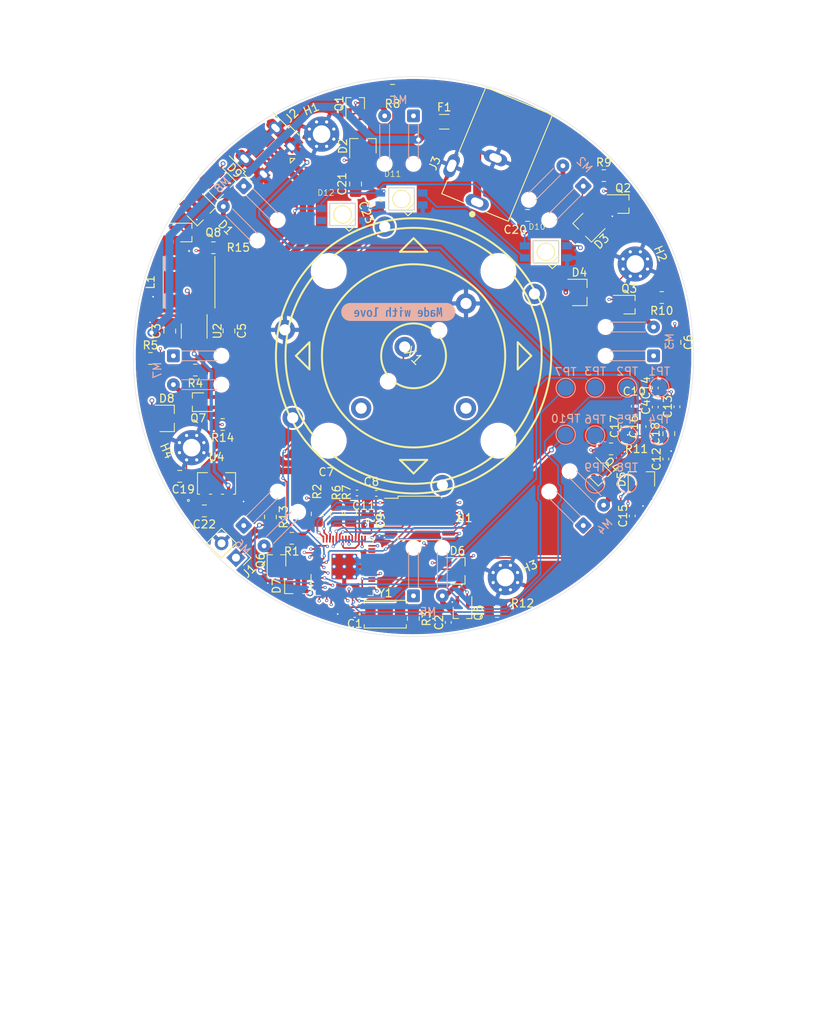
<source format=kicad_pcb>
(kicad_pcb (version 20211014) (generator pcbnew)
  (title_block (title "E-Fidget") (date "2022-8-1") (rev "REV1") (company "2231puppy"))
  (layers (0 "F.Cu" signal) (1 "In1.Cu" signal) (2 "In2.Cu" signal) (31 "B.Cu" signal) (34 "B.Paste" user) (35 "F.Paste" user) (36 "B.SilkS" user "B.Silkscreen") (37 "F.SilkS" user "F.Silkscreen") (38 "B.Mask" user) (39 "F.Mask" user) (44 "Edge.Cuts" user))
  (net 0 "")
  (net 1 "/XIN")
  (net 2 "GND")
  (net 3 "Net-(C2-Pad1)")
  (net 4 "+9V")
  (net 5 "+3V3")
  (net 6 "Net-(C5-Pad1)")
  (net 7 "Net-(C5-Pad2)")
  (net 8 "+1V1")
  (net 9 "Net-(D2-Pad2)")
  (net 10 "Net-(D3-Pad2)")
  (net 11 "Net-(D4-Pad2)")
  (net 12 "Net-(D5-Pad2)")
  (net 13 "Net-(D6-Pad2)")
  (net 14 "Net-(D7-Pad2)")
  (net 15 "Net-(D8-Pad2)")
  (net 16 "Net-(D9-Pad2)")
  (net 17 "Net-(F1-Pad2)")
  (net 18 "/~{USB_BOOT}")
  (net 20 "/USB_D+")
  (net 21 "/USB_D-")
  (net 22 "VBUS")
  (net 23 "/GPIO7")
  (net 24 "/GPIO11")
  (net 25 "/GPIO13")
  (net 26 "/GPIO9")
  (net 27 "/GPIO8")
  (net 28 "/GPIO10")
  (net 29 "/GPIO12")
  (net 30 "/GPIO14")
  (net 31 "/QSPI_SS")
  (net 32 "/XOUT")
  (net 33 "Net-(R4-Pad2)")
  (net 34 "Net-(R6-Pad2)")
  (net 35 "Net-(R7-Pad2)")
  (net 36 "/SWCLK")
  (net 37 "/GPIO16")
  (net 38 "/SWD")
  (net 39 "/GPIO17")
  (net 40 "/GPIO26_ADC0")
  (net 41 "/QSPI_SD1")
  (net 42 "/QSPI_SD2")
  (net 43 "/QSPI_SD0")
  (net 44 "/QSPI_SCLK")
  (net 45 "/QSPI_SD3")
  (net 46 "/GPIO0")
  (net 47 "/GPIO1")
  (net 48 "/GPIO2")
  (net 49 "/GPIO3")
  (net 50 "/GPIO4")
  (net 51 "/GPIO5")
  (net 52 "/GPIO6")
  (net 53 "/GPIO15")
  (net 55 "/GPIO18")
  (net 56 "/GPIO19")
  (net 57 "/GPIO20")
  (net 58 "/GPIO21")
  (net 59 "/GPIO22")
  (net 60 "/GPIO23")
  (net 61 "/GPIO24")
  (net 62 "/GPIO25")
  (net 63 "/GPIO27_ADC1")
  (net 64 "/GPIO28_ADC2")
  (net 65 "/GPIO29_ADC3")
  (net 66 "+5V")
  (net 67 "Net-(D10-Pad2-DOUT)")
  (net 68 "Net-(D11-Pad2-DOUT)")
  (footprint "Resistor_SMD:R_0805_2012Metric_Pad1.20x1.40mm_HandSolder" (layer "F.Cu") (at 135.001 124.714 -90)
    (fp_text reference "R2")
    (fp_text value "DNF")
  )
  (footprint "Package_TO_SOT_SMD:SOT-323_SC-70_Handsoldering" (layer "F.Cu") (at 173.99 98.552)
    (fp_text reference "Q3")
    (fp_text value "BSS138")
  )
  (footprint "E-Fidget:445I23D12M00000" (layer "F.Cu") (at 143.51 137.2489)
    (fp_text reference "Y1")
    (fp_text value "12MHz" hide)
  )
  (footprint "Resistor_SMD:R_0805_2012Metric_Pad1.20x1.40mm_HandSolder" (layer "F.Cu") (at 178.054 97.663 180)
    (fp_text reference "R10")
    (fp_text value "10k")
  )
  (footprint "LED_SMD:NEO3535_REVERSE" (layer "F.Cu") (at 145.542 85.344 180)
    (fp_text reference "D11")
    (fp_text value "SK6812")
    (fp_line (start 1.5 1.4) (end -1.5 1.4) (layer "Edge.Cuts") (width 0.12))
    (fp_line (start 1.6 1.3) (end 1.6 -1.3) (layer "Edge.Cuts") (width 0.12))
    (fp_line (start -1.6 -1.3) (end -1.6 1.3) (layer "Edge.Cuts") (width 0.12))
    (fp_line (start -1.5 -1.4) (end 1.5 -1.4) (layer "Edge.Cuts") (width 0.12))
    (fp_arc (start 1.5 -1.4) (mid 1.570711 -1.370711) (end 1.6 -1.3) (layer "Edge.Cuts") (width 0.12))
    (fp_arc (start 1.6 1.3) (mid 1.570711 1.370711) (end 1.5 1.4) (layer "Edge.Cuts") (width 0.12))
    (fp_arc (start -1.5 1.4) (mid -1.570711 1.370711) (end -1.6 1.3) (layer "Edge.Cuts") (width 0.12))
    (fp_arc (start -1.6 -1.3) (mid -1.570711 -1.370711) (end -1.5 -1.4) (layer "Edge.Cuts") (width 0.12))
  )
  (footprint "Package_SO:SOIC-8_5.23x5.23mm_P1.27mm" (layer "F.Cu") (at 147.828 125.222)
    (fp_text reference "U1")
    (fp_text value "W25Q128JVS")
  )
  (footprint "E-Fidget:SC-59_Handsoldering_No_Pin3" (layer "F.Cu") (at 168.783 88.9 -135)
    (fp_text reference "D3")
    (fp_text value "D_Small")
  )
  (footprint "E-Fidget:AS78L05RTR-G1" (layer "F.Cu") (at 122.428 120.904)
    (fp_text reference "U4")
    (fp_text value "AS78L05RTR-G1" hide)
  )
  (footprint "E-Fidget:SC-59_Handsoldering_No_Pin3" (layer "F.Cu") (at 120.523 86.868 -45)
    (fp_text reference "D1")
    (fp_text value "D_Small")
  )
  (footprint "Resistor_SMD:R_0805_2012Metric_Pad1.20x1.40mm_HandSolder" (layer "F.Cu") (at 147.0152 137.795 -90)
    (fp_text reference "R3")
    (fp_text value "1k")
  )
  (footprint "E-Fidget:SC-59_Handsoldering_No_Pin3" (layer "F.Cu") (at 132.588 133.731 -90)
    (fp_text reference "D7")
    (fp_text value "D_Small")
  )
  (footprint "E-Fidget:SC-59_Handsoldering_No_Pin3" (layer "F.Cu") (at 152.527 131.826)
    (fp_text reference "D6")
    (fp_text value "D_Small")
  )
  (footprint "Capacitor_SMD:C_0402_1005Metric_Pad0.74x0.62mm_HandSolder" (layer "F.Cu") (at 174.625 111.252 90)
    (fp_text reference "C10")
    (fp_text value "100n")
  )
  (footprint "Resistor_SMD:R_0805_2012Metric_Pad1.20x1.40mm_HandSolder" (layer "F.Cu") (at 139.192 124.714 -90)
    (fp_text reference "R7")
    (fp_text value "27")
  )
  (footprint "Capacitor_SMD:C_0805_2012Metric_Pad1.18x1.45mm_HandSolder" (layer "F.Cu") (at 179.705 103.251 -90)
    (fp_text reference "C6")
    (fp_text value "22u")
  )
  (footprint "Capacitor_SMD:C_0402_1005Metric_Pad0.74x0.62mm_HandSolder" (layer "F.Cu") (at 174.371 124.968 90)
    (fp_text reference "C15")
    (fp_text value "100n")
  )
  (footprint "MountingHole:MountingHole_2.2mm_M2_Pad_Via" (layer "F.Cu") (at 158.516117 132.668889 -67.5)
    (fp_text reference "H3")
    (fp_text value "MountingHole")
  )
  (footprint "Connector_PinHeader_2.54mm:PinHeader_1x02_P2.54mm_Vertical" (layer "F.Cu") (at 124.853562 130.187562 -135)
    (fp_text reference "J1")
    (fp_text value "Conn_01x02")
  )
  (footprint "Package_TO_SOT_SMD:SOT-23-6_Handsoldering" (layer "F.Cu") (at 119.634 101.854 -90)
    (fp_text reference "U2")
    (fp_text value "AP3211KTR-G1")
  )
  (footprint "Capacitor_SMD:C_0805_2012Metric_Pad1.18x1.45mm_HandSolder" (layer "F.Cu") (at 142.1892 85.7504 -67.5)
    (fp_text reference "C23")
    (fp_text value "1u")
  )
  (footprint "Package_TO_SOT_SMD:SOT-323_SC-70_Handsoldering" (layer "F.Cu") (at 139.7508 73.406 90)
    (fp_text reference "Q1")
    (fp_text value "BSS138")
  )
  (footprint "Capacitor_SMD:C_0402_1005Metric_Pad0.74x0.62mm_HandSolder" (layer "F.Cu") (at 139.7 137.287 180)
    (fp_text reference "C1")
    (fp_text value "27p")
  )
  (footprint "LED_SMD:NEO3535_REVERSE" (layer "F.Cu") (at 163.576 91.948 180)
    (fp_text reference "D10")
    (fp_text value "SK6812")
    (fp_line (start 1.5 1.4) (end -1.5 1.4) (layer "Edge.Cuts") (width 0.12))
    (fp_line (start -1.6 -1.3) (end -1.6 1.3) (layer "Edge.Cuts") (width 0.12))
    (fp_line (start -1.5 -1.4) (end 1.5 -1.4) (layer "Edge.Cuts") (width 0.12))
    (fp_line (start 1.6 1.3) (end 1.6 -1.3) (layer "Edge.Cuts") (width 0.12))
    (fp_arc (start -1.5 1.4) (mid -1.570711 1.370711) (end -1.6 1.3) (layer "Edge.Cuts") (width 0.12))
    (fp_arc (start -1.6 -1.3) (mid -1.570711 -1.370711) (end -1.5 -1.4) (layer "Edge.Cuts") (width 0.12))
    (fp_arc (start 1.5 -1.4) (mid 1.570711 -1.370711) (end 1.6 -1.3) (layer "Edge.Cuts") (width 0.12))
    (fp_arc (start 1.6 1.3) (mid 1.570711 1.370711) (end 1.5 1.4) (layer "Edge.Cuts") (width 0.12))
  )
  (footprint "E-Fidget:SC-59_Handsoldering_No_Pin3" (layer "F.Cu") (at 140.716 78.74 90)
    (fp_text reference "D2")
    (fp_text value "D_Small")
  )
  (footprint "Capacitor_SMD:C_0402_1005Metric_Pad0.74x0.62mm_HandSolder" (layer "F.Cu") (at 151.384 138.2776 90)
    (fp_text reference "C2")
    (fp_text value "27p")
  )
  (footprint "Capacitor_SMD:C_0805_2012Metric_Pad1.18x1.45mm_HandSolder" (layer "F.Cu") (at 116.586 101.854 90)
    (fp_text reference "C3")
    (fp_text value "10u")
  )
  (footprint "Resistor_SMD:R_0805_2012Metric_Pad1.20x1.40mm_HandSolder" (layer "F.Cu") (at 137.414 124.714 -90)
    (fp_text reference "R6")
    (fp_text value "27")
  )
  (footprint "Capacitor_SMD:C_0402_1005Metric_Pad0.74x0.62mm_HandSolder" (layer "F.Cu") (at 177.2412 111.3536 90)
    (fp_text reference "C4")
    (fp_text value "100n")
  )
  (footprint "Capacitor_SMD:C_0402_1005Metric_Pad0.74x0.62mm_HandSolder" (layer "F.Cu") (at 175.7172 113.792 90)
    (fp_text reference "C16")
    (fp_text value "100n")
  )
  (footprint "LED_SMD:NEO3535_REVERSE" (layer "F.Cu") (at 138.176 87.2744 180)
    (fp_text reference "D12")
    (fp_text value "SK6812")
    (fp_line (start -1.6 -1.3) (end -1.6 1.3) (layer "Edge.Cuts") (width 0.12))
    (fp_line (start 1.6 1.3) (end 1.6 -1.3) (layer "Edge.Cuts") (width 0.12))
    (fp_line (start -1.5 -1.4) (end 1.5 -1.4) (layer "Edge.Cuts") (width 0.12))
    (fp_line (start 1.5 1.4) (end -1.5 1.4) (layer "Edge.Cuts") (width 0.12))
    (fp_arc (start -1.6 -1.3) (mid -1.570711 -1.370711) (end -1.5 -1.4) (layer "Edge.Cuts") (width 0.12))
    (fp_arc (start -1.5 1.4) (mid -1.570711 1.370711) (end -1.6 1.3) (layer "Edge.Cuts") (width 0.12))
    (fp_arc (start 1.6 1.3) (mid 1.570711 1.370711) (end 1.5 1.4) (layer "Edge.Cuts") (width 0.12))
    (fp_arc (start 1.5 -1.4) (mid 1.570711 -1.370711) (end 1.6 -1.3) (layer "Edge.Cuts") (width 0.12))
  )
  (footprint "E-Fidget:NR6028T4R7M" (layer "F.Cu") (at 118.999 95.758 -90)
    (fp_text reference "L1")
    (fp_text value "4.7u" hide)
  )
  (footprint "Capacitor_SMD:C_0805_2012Metric_Pad1.18x1.45mm_HandSolder" (layer "F.Cu") (at 139.8016 83.4644 90)
    (fp_text reference "C21")
    (fp_text value "1u")
  )
  (footprint "E-Fidget:SC-59_Handsoldering_No_Pin3" (layer "F.Cu") (at 175.514 120.396 90)
    (fp_text reference "D5")
    (fp_text value "D_Small")
  )
  (footprint "MountingHole:MountingHole_2.2mm_M2_Pad_Via" (layer "F.Cu") (at 135.555111 77.236117 112.5)
    (fp_text reference "H1")
    (fp_text value "MountingHole")
  )
  (footprint "MountingHole:MountingHole_2.2mm_M2_Pad_Via" (layer "F.Cu") (at 174.752 93.472 22.5)
    (fp_text reference "H2")
    (fp_text value "MountingHole")
  )
  (footprint "Resistor_SMD:R_0805_2012Metric_Pad1.20x1.40mm_HandSolder" (layer "F.Cu") (at 171.72 116.586 180)
    (fp_text reference "R11")
    (fp_text value "10k")
  )
  (footprint "E-Fidget:RP2040-QFN-56" (layer "F.Cu") (at 138.3877 131.3024)
    (fp_text reference "U3" hide)
    (fp_text value "RP2040")
  )
  (footprint "Capacitor_SMD:C_0402_1005Metric_Pad0.74x0.62mm_HandSolder" (layer "F.Cu") (at 177.2412 108.966 90)
    (fp_text reference "C14")
    (fp_text value "100n")
  )
  (footprint "Capacitor_SMD:C_0402_1005Metric_Pad0.74x0.62mm_HandSolder" (layer "F.Cu") (at 179.959 111.3195 90)
    (fp_text reference "C13")
    (fp_text value "100n")
  )
  (footprint "Capacitor_SMD:C_0805_2012Metric_Pad1.18x1.45mm_HandSolder" (layer "F.Cu") (at 117.8306 120.015)
    (fp_text reference "C19")
    (fp_text value "0.1u")
  )
  (footprint "Capacitor_SMD:C_0402_1005Metric_Pad0.74x0.62mm_HandSolder" (layer "F.Cu") (at 173.3296 113.792 90)
    (fp_text reference "C17")
    (fp_text value "100n")
  )
  (footprint "E-Fidget:USB_Micro-B_Amphenol_10103594-0001LF_Horizontal_modified" (layer "F.Cu") (at 127.867134 78.380866 -135)
    (fp_text reference "J2")
    (fp_text value "USB_B_Micro")
  )
  (footprint "E-Fidget:CUI_PJ-102AH" (layer "F.Cu") (at 157.48 79.756 67.5)
    (fp_text reference "J3")
    (fp_text value "Barrel_Jack_MountingPin")
  )
  (footprint "Resistor_SMD:R_0805_2012Metric_Pad1.20x1.40mm_HandSolder" (layer "F.Cu") (at 123.19 113.538 180)
    (fp_text reference "R14")
    (fp_text value "10k")
  )
  (footprint "Capacitor_SMD:C_0805_2012Metric_Pad1.18x1.45mm_HandSolder" (layer "F.Cu") (at 144.4205 71.755 180)
    (fp_text reference "R8")
    (fp_text value "10k")
  )
  (footprint "Capacitor_SMD:C_0805_2012Metric_Pad1.18x1.45mm_HandSolder" (layer "F.Cu") (at 123.9774 101.8325 90)
    (fp_text reference "C5")
    (fp_text value "10n")
  )
  (footprint "Capacitor_SMD:C_0402_1005Metric_Pad0.74x0.62mm_HandSolder" (layer "F.Cu") (at 139.9794 122.0978 180)
    (fp_text reference "C7")
    (fp_text value "100n")
  )
  (footprint "Resistor_SMD:R_0805_2012Metric_Pad1.20x1.40mm_HandSolder" (layer "F.Cu") (at 157.48 136.906 180)
    (fp_text reference "R12")
    (fp_text value "10k")
  )
  (footprint "Capacitor_SMD:C_0805_2012Metric_Pad1.18x1.45mm_HandSolder" (layer "F.Cu") (at 178.943 114.681 90)
    (fp_text reference "C18")
    (fp_text value "10u")
  )
  (footprint "Package_TO_SOT_SMD:SOT-323_SC-70_Handsoldering" (layer "F.Cu") (at 153.162 137.0584 -90)
    (fp_text reference "Q5")
    (fp_text value "BSS138")
  )
  (footprint "Capacitor_SMD:C_0402_1005Metric_Pad0.74x0.62mm_HandSolder" (layer "F.Cu") (at 141.7828 125.5268 90)
    (fp_text reference "C9")
    (fp_text value "1u")
  )
  (footprint "Resistor_SMD:R_0805_2012Metric_Pad1.20x1.40mm_HandSolder" (layer "F.Cu") (at 129.159 125.095 -90)
    (fp_text reference "R13")
    (fp_text value "10k")
  )
  (footprint "E-Fidget:SC-59_Handsoldering_No_Pin3" (layer "F.Cu") (at 123.039274 83.669274 -45)
    (fp_text reference "D9")
    (fp_text value "D_Small")
  )
  (footprint "E-Fidget:ENCODER_ANO" (layer "F.Cu") (at 147.047918 104.952502 -45)
    (fp_text reference "X1")
    (fp_text value "ENCODER_ANO")
  )
  (footprint "Package_TO_SOT_SMD:SOT-323_SC-70_Handsoldering" (layer "F.Cu") (at 120.142 110.744 180)
    (fp_text reference "Q7")
    (fp_text value "BSS138")
  )
  (footprint "Resistor_SMD:R_0805_2012Metric_Pad1.20x1.40mm_HandSolder" (layer "F.Cu") (at 131.826 127.762 180)
    (fp_text reference "R1")
    (fp_text value "1k")
  )
  (footprint "Capacitor_SMD:C_0402_1005Metric_Pad0.74x0.62mm_HandSolder" (layer "F.Cu") (at 140.8176 125.5268 90)
    (fp_text reference "C11")
    (fp_text value "1u")
  )
  (footprint "E-Fidget:SC-59_Handsoldering_No_Pin3" (layer "F.Cu") (at 167.767 97.028)
    (fp_text reference "D4")
    (fp_text value "D_Small")
  )
  (footprint "Capacitor_SMD:C_0805_2012Metric_Pad1.18x1.45mm_HandSolder" (layer "F.Cu") (at 120.904 124.333 180)
    (fp_text reference "C22")
    (fp_text value "0.33u")
  )
  (footprint "Resistor_SMD:R_0805_2012Metric_Pad1.20x1.40mm_HandSolder" (layer "F.Cu") (at 114.173 105.283)
    (fp_text reference "R5")
    (fp_text value "49.9k")
  )
  (footprint "Package_TO_SOT_SMD:SOT-323_SC-70_Handsoldering" (layer "F.Cu") (at 118.618 89.535)
    (fp_text reference "Q8")
    (fp_text value "BSS138")
  )
  (footprint "Capacitor_SMD:C_0402_1005Metric_Pad0.74x0.62mm_HandSolder" (layer "F.Cu") (at 178.562 117.856 90)
    (fp_text reference "C12")
    (fp_text value "100n")
  )
  (footprint "Resistor_SMD:R_0805_2012Metric_Pad1.20x1.40mm_HandSolder" (layer "F.Cu") (at 170.815 82.423)
    (fp_text reference "R9")
    (fp_text value "10k")
  )
  (footprint "Resistor_SMD:R_0805_2012Metric_Pad1.20x1.40mm_HandSolder" (layer "F.Cu") (at 119.777 106.7308 180)
    (fp_text reference "R4")
    (fp_text value "16.3k")
  )
  (footprint "MountingHole:MountingHole_2.2mm_M2_Pad_Via" (layer "F.Cu") (at 119.319228 116.433006 -157.5)
    (fp_text reference "H4")
    (fp_text value "MountingHole")
  )
  (footprint "Package_TO_SOT_SMD:SOT-323_SC-70_Handsoldering" (layer "F.Cu") (at 173.228 85.979)
    (fp_text reference "Q2")
    (fp_text value "BSS138")
  )
  (footprint "Capacitor_SMD:C_0402_1005Metric_Pad0.74x0.62mm_HandSolder" (layer "F.Cu") (at 142.3924 122.1486 180)
    (fp_text reference "C8")
    (fp_text value "100n")
  )
  (footprint "Fuse:Fuse_1206_3216Metric_Pad1.42x1.75mm_HandSolder" (layer "F.Cu") (at 150.876 75.692)
    (fp_text reference "F1")
    (fp_text value "0ZCJ0075AF2E")
  )
  (footprint "Capacitor_SMD:C_0805_2012Metric_Pad1.18x1.45mm_HandSolder" (layer "F.Cu") (at 161.29 87.4014 180)
    (fp_text reference "C20")
    (fp_text value "1u")
  )
  (footprint "Resistor_SMD:R_0805_2012Metric_Pad1.20x1.40mm_HandSolder" (layer "F.Cu") (at 122.031 91.44 180)
    (fp_text reference "R15")
    (fp_text value "10k")
  )
  (footprint "Package_TO_SOT_SMD:SOT-323_SC-70_Handsoldering" (layer "F.Cu") (at 129.921 130.556 90)
    (fp_text reference "Q6")
    (fp_text value "BSS138")
  )
  (footprint "Package_TO_SOT_SMD:SOT-323_SC-70_Handsoldering" (layer "F.Cu") (at 170.434 119.888 -45)
    (fp_text reference "Q4")
    (fp_text value "BSS138")
  )
  (footprint "E-Fidget:SC-59_Handsoldering_No_Pin3" (layer "F.Cu") (at 116.205 112.776)
    (fp_text reference "D8")
    (fp_text value "D_Small")
  )
  (footprint "Connector_Wire:SolderWire-0.1sqmm_1x02_P3.6mm_D0.4mm_OD1mm_Relief" (layer "B.Cu") (at 125.82241 126.165705 -45)
    (fp_text reference "M6")
    (fp_text value "Motor_DC")
  )
  (footprint "TestPoint:TestPoint_Pad_D2.0mm" (layer "B.Cu") (at 169.736 120.904 180)
    (fp_text reference "TP9")
    (fp_text value "TestPoint")
  )
  (footprint "TestPoint:TestPoint_Pad_D2.0mm" (layer "B.Cu") (at 169.736 108.904 180)
    (fp_text reference "TP3")
    (fp_text value "TestPoint")
  )
  (footprint "Connector_Wire:SolderWire-0.1sqmm_1x02_P3.6mm_D0.4mm_OD1mm_Relief" (layer "B.Cu") (at 125.82241 83.739298 -135)
    (fp_text reference "M8")
    (fp_text value "Motor_DC")
  )
  (footprint "TestPoint:TestPoint_Pad_D2.0mm" (layer "B.Cu") (at 177.736 108.904 180)
    (fp_text reference "TP1")
    (fp_text value "TestPoint")
  )
  (footprint "Connector_Wire:SolderWire-0.1sqmm_1x02_P3.6mm_D0.4mm_OD1mm_Relief" (layer "B.Cu") (at 117.035614 104.952502 -90)
    (fp_text reference "M7")
    (fp_text value "Motor_DC")
  )
  (footprint "Connector_Wire:SolderWire-0.1sqmm_1x02_P3.6mm_D0.4mm_OD1mm_Relief" (layer "B.Cu") (at 168.248817 83.739298 135)
    (fp_text reference "M2")
    (fp_text value "Motor_DC")
  )
  (footprint "TestPoint:TestPoint_Pad_D2.0mm" (layer "B.Cu") (at 173.736 114.904 180)
    (fp_text reference "TP5")
    (fp_text value "TestPoint")
  )
  (footprint "Connector_Wire:SolderWire-0.1sqmm_1x02_P3.6mm_D0.4mm_OD1mm_Relief" (layer "B.Cu") (at 168.248817 126.165705 45)
    (fp_text reference "M4")
    (fp_text value "Motor_DC")
  )
  (footprint "kibuzzard-6302439D" (layer "B.Cu") (at 145.1356 99.4664 180)
    (fp_text reference "kibuzzard-6302439D" hide)
    (fp_text value "G***" hide)
  )
  (footprint "TestPoint:TestPoint_Pad_D2.0mm" (layer "B.Cu") (at 166.052 108.966 180)
    (fp_text reference "TP7")
    (fp_text value "TestPoint")
  )
  (footprint "TestPoint:TestPoint_Pad_D2.0mm" (layer "B.Cu") (at 173.736 108.904 180)
    (fp_text reference "TP2")
    (fp_text value "TestPoint")
  )
  (footprint "Connector_Wire:SolderWire-0.1sqmm_1x02_P3.6mm_D0.4mm_OD1mm_Relief" (layer "B.Cu") (at 177.035614 104.952502 90)
    (fp_text reference "M3")
    (fp_text value "Motor_DC")
  )
  (footprint "Connector_Wire:SolderWire-0.1sqmm_1x02_P3.6mm_D0.4mm_OD1mm_Relief" (layer "B.Cu") (at 147.035614 74.952502 180)
    (fp_text reference "M1")
    (fp_text value "Motor_DC")
  )
  (footprint "TestPoint:TestPoint_Pad_D2.0mm" (layer "B.Cu") (at 177.736 114.904 180)
    (fp_text reference "TP4")
    (fp_text value "TestPoint")
  )
  (footprint "TestPoint:TestPoint_Pad_D2.0mm" (layer "B.Cu") (at 173.736 120.904 180)
    (fp_text reference "TP8")
    (fp_text value "TestPoint")
  )
  (footprint "TestPoint:TestPoint_Pad_D2.0mm" (layer "B.Cu") (at 166.052 114.808 180)
    (fp_text reference "TP10")
    (fp_text value "TestPoint")
  )
  (footprint "TestPoint:TestPoint_Pad_D2.0mm" (layer "B.Cu") (at 169.736 114.904 180)
    (fp_text reference "TP6")
    (fp_text value "TestPoint")
  )
  (footprint "Connector_Wire:SolderWire-0.1sqmm_1x02_P3.6mm_D0.4mm_OD1mm_Relief" (layer "B.Cu") (at 147.035614 134.952502)
    (fp_text reference "M5")
    (fp_text value "Motor_DC")
  )
  (gr_circle (center 147.035614 105.048502) (end 182.035614 105.048502) (layer "Edge.Cuts") (width 0.05) (fill none))
  (segment (start 140.3056 137.2489) (end 140.2675 137.287) (width 0.2) (layer "F.Cu") (net 1))
  (segment (start 139.512756 136.727) (end 140.072756 137.287) (width 0.2) (layer "F.Cu") (net 1))
  (segment (start 137.83 135.987469) (end 138.569531 136.727) (width 0.2) (layer "F.Cu") (net 1))
  (segment (start 140.072756 137.287) (end 140.2675 137.287) (width 0.2) (layer "F.Cu") (net 1))
  (segment (start 138.569531 136.727) (end 139.512756 136.727) (width 0.2) (layer "F.Cu") (net 1))
  (segment (start 141.6577 137.2489) (end 140.3056 137.2489) (width 0.2) (layer "F.Cu") (net 1))
  (segment (start 137.83 134.7555) (end 137.83 135.987469) (width 0.2) (layer "F.Cu") (net 1))
  (segment (start 143.6946 127.6604) (end 144.228 127.127) (width 0.2) (layer "F.Cu") (net 2))
  (segment (start 137.3877 134.7399) (end 137.3877 137.0575) (width 0.15) (layer "F.Cu") (net 2))
  (segment (start 170.688 97.536) (end 174.752 93.472) (width 0.15) (layer "F.Cu") (net 2))
  (segment (start 118.6878 119.8347) (end 118.6878 117.957407) (width 0.15) (layer "F.Cu") (net 2))
  (segment (start 122.428 122.528) (end 121.704751 123.251249) (width 0.15) (layer "F.Cu") (net 2))
  (segment (start 137.3877 137.0575) (end 137.5664 137.2362) (width 0.15) (layer "F.Cu") (net 2))
  (segment (start 121.704751 123.251249) (end 121.539 123.251249) (width 0.15) (layer "F.Cu") (net 2))
  (segment (start 143.4084 127.6604) (end 143.6946 127.6604) (width 0.2) (layer "F.Cu") (net 2))
  (segment (start 120.457249 124.333) (end 119.8665 124.333) (width 0.15) (layer "F.Cu") (net 2))
  (segment (start 171.8714 99.202) (end 170.688 98.0186) (width 0.15) (layer "F.Cu") (net 2))
  (segment (start 179.2224 116.8654) (end 178.9851 116.8654) (width 0.15) (layer "F.Cu") (net 2))
  (segment (start 121.539 123.251249) (end 120.457249 124.333) (width 0.15) (layer "F.Cu") (net 2))
  (segment (start 178.9851 116.8654) (end 178.562 117.2885) (width 0.15) (layer "F.Cu") (net 2))
  (segment (start 118.8681 120.015) (end 118.6878 119.8347) (width 0.15) (layer "F.Cu") (net 2))
  (segment (start 172.66 99.202) (end 171.8714 99.202) (width 0.15) (layer "F.Cu") (net 2))
  (segment (start 170.688 98.0186) (end 170.688 97.536) (width 0.15) (layer "F.Cu") (net 2))
  (via (at 114.1222 100.7618) (size 0.4) (drill 0.2) (layers "F.Cu" "B.Cu") (net 2))
  (via (at 125.8062 123.1646) (size 0.4) (drill 0.2) (layers "F.Cu" "B.Cu") (net 2))
  (via (at 175.7172 123.7234) (size 0.4) (drill 0.2) (layers "F.Cu" "B.Cu") (net 2))
  (via (at 128.8288 133.3754) (size 0.4) (drill 0.2) (layers "F.Cu" "B.Cu") (net 2))
  (via (at 119.9642 87.9094) (size 0.4) (drill 0.2) (layers "F.Cu" "B.Cu") (net 2))
  (via (at 142.7734 127.4572) (size 0.4) (drill 0.2) (layers "F.Cu" "B.Cu") (net 2))
  (via (at 149.479 137.8204) (size 0.4) (drill 0.2) (layers "F.Cu" "B.Cu") (net 2))
  (via (at 137.5664 137.2362) (size 0.4) (drill 0.2) (layers "F.Cu" "B.Cu") (net 2))
  (via (at 151.892 135.7376) (size 0.4) (drill 0.2) (layers "F.Cu" "B.Cu") (net 2))
  (via (at 171.8818 87.503) (size 0.4) (drill 0.2) (layers "F.Cu" "B.Cu") (net 2))
  (via (at 143.4084 127.6604) (size 0.4) (drill 0.2) (layers "F.Cu" "B.Cu") (net 2))
  (via (at 179.2224 116.8654) (size 0.4) (drill 0.2) (layers "F.Cu" "B.Cu") (net 2))
  (via (at 114.5032 97.5614) (size 0.4) (drill 0.2) (layers "F.Cu" "B.Cu") (net 2))
  (segment (start 145.3623 137.2489) (end 145.4691 137.2489) (width 0.2) (layer "F.Cu") (net 3))
  (segment (start 151.0531 139.176) (end 151.384 138.8451) (width 0.2) (layer "F.Cu") (net 3))
  (segment (start 145.4691 137.2489) (end 147.0152 138.795) (width 0.2) (layer "F.Cu") (net 3))
  (segment (start 147.0152 138.795) (end 147.3962 139.176) (width 0.2) (layer "F.Cu") (net 3))
  (segment (start 147.3962 139.176) (end 151.0531 139.176) (width 0.2) (layer "F.Cu") (net 3))
  (segment (start 116.8985 103.204) (end 116.586 102.8915) (width 0.3) (layer "F.Cu") (net 4))
  (segment (start 123.863 122.593) (end 122.123 124.333) (width 0.4) (layer "F.Cu") (net 4))
  (segment (start 123.928 121.1848) (end 123.8758 121.1326) (width 0.4) (layer "F.Cu") (net 4))
  (segment (start 149.3885 75.692) (end 149.3885 76.1889) (width 1) (layer "F.Cu") (net 4))
  (segment (start 118.684 103.204) (end 116.8985 103.204) (width 0.3) (layer "F.Cu") (net 4))
  (segment (start 115.7517 102.0572) (end 116.586 102.8915) (width 1) (layer "F.Cu") (net 4))
  (segment (start 149.3885 76.1889) (end 147.6502 77.9272) (width 1) (layer "F.Cu") (net 4))
  (segment (start 114.3 102.0572) (end 115.7517 102.0572) (width 1) (layer "F.Cu") (net 4))
  (segment (start 123.928 122.528) (end 123.928 121.1848) (width 0.4) (layer "F.Cu") (net 4))
  (segment (start 122.123 124.333) (end 121.9415 124.333) (width 0.4) (layer "F.Cu") (net 4))
  (segment (start 119.634 104.6988) (end 119.634 103.204) (width 0.4) (layer "F.Cu") (net 4))
  (segment (start 118.684 103.204) (end 119.634 103.204) (width 0.3) (layer "F.Cu") (net 4))
  (segment (start 123.928 122.528) (end 123.863 122.593) (width 0.4) (layer "F.Cu") (net 4))
  (via (at 119.634 104.6988) (size 0.6) (drill 0.35) (layers "F.Cu" "B.Cu") (net 4))
  (via (at 123.8758 121.1326) (size 0.6) (drill 0.35) (layers "F.Cu" "B.Cu") (net 4))
  (via (at 114.3 102.0572) (size 1) (drill 0.55) (layers "F.Cu" "B.Cu") (net 4))
  (via (at 147.6502 77.9272) (size 1) (drill 0.55) (layers "F.Cu" "B.Cu") (net 4))
  (segment (start 122.1232 115.336374) (end 121.7676 114.980774) (width 0.4) (layer "B.Cu") (net 4))
  (segment (start 121.7676 106.8324) (end 119.634 104.6988) (width 0.4) (layer "B.Cu") (net 4))
  (segment (start 123.8758 121.1326) (end 122.1232 119.38) (width 0.4) (layer "B.Cu") (net 4))
  (segment (start 124.475222 82.061481) (end 116.5352 90.001503) (width 1) (layer "B.Cu") (net 4))
  (segment (start 121.7676 114.980774) (end 121.7676 106.8324) (width 0.4) (layer "B.Cu") (net 4))
  (segment (start 116.5352 99.822) (end 114.3 102.0572) (width 1) (layer "B.Cu") (net 4))
  (segment (start 116.5352 90.001503) (end 116.5352 95.2754) (width 1) (layer "B.Cu") (net 4))
  (segment (start 122.1232 119.38) (end 122.1232 115.336374) (width 0.4) (layer "B.Cu") (net 4))
  (segment (start 137.8966 73.8124) (end 134.627632 73.8124) (width 1) (layer "B.Cu") (net 4))
  (segment (start 134.627632 73.8124) (end 126.378551 82.061481) (width 1) (layer "B.Cu") (net 4))
  (segment (start 147.6502 77.9272) (end 142.0114 77.9272) (width 1) (layer "B.Cu") (net 4))
  (segment (start 116.5352 95.2754) (end 116.5352 99.822) (width 1) (layer "B.Cu") (net 4))
  (segment (start 126.378551 82.061481) (end 124.475222 82.061481) (width 1) (layer "B.Cu") (net 4))
  (segment (start 142.0114 77.9272) (end 137.8966 73.8124) (width 1) (layer "B.Cu") (net 4))
  (segment (start 177.1396 111.8195) (end 177.2412 111.9211) (width 0.15) (layer "F.Cu") (net 5))
  (segment (start 168.133736 87.508273) (end 168.133736 83.854379) (width 0.15) (layer "F.Cu") (net 5))
  (segment (start 133.7594 132.3024) (end 133.538 132.081) (width 0.2) (layer "F.Cu") (net 5))
  (segment (start 114.3508 111.6218) (end 114.555 111.826) (width 0.2) (layer "F.Cu") (net 5))
  (segment (start 115.4176 104.0638) (end 115.4176 105.0384) (width 0.15) (layer "F.Cu") (net 5))
  (segment (start 170.621478 88.405025) (end 169.030488 88.405025) (width 0.15) (layer "F.Cu") (net 5))
  (segment (start 174.371 125.5355) (end 173.836 125.0005) (width 0.15) (layer "F.Cu") (net 5))
  (segment (start 115.4176 105.0384) (end 115.173 105.283) (width 0.15) (layer "F.Cu") (net 5))
  (segment (start 133.4008 132.2182) (end 133.538 132.081) (width 0.6) (layer "F.Cu") (net 5))
  (segment (start 175.7172 114.3595) (end 176.29705 114.93935) (width 0.15) (layer "F.Cu") (net 5))
  (segment (start 114.3508 110.5408) (end 114.3508 111.6218) (width 0.2) (layer "F.Cu") (net 5))
  (segment (start 138.9888 128.4732) (end 138.9888 128.266) (width 0.2) (layer "F.Cu") (net 5))
  (segment (start 168.133736 83.854379) (end 168.248817 83.739298) (width 0.15) (layer "F.Cu") (net 5))
  (segment (start 176.88125 116.74275) (end 176.88125 115.52355) (width 0.15) (layer "F.Cu") (net 5))
  (segment (start 138.9888 128.266) (end 138.5877 127.8649) (width 0.2) (layer "F.Cu") (net 5))
  (segment (start 174.564 122.046) (end 177.96075 118.64925) (width 0.15) (layer "F.Cu") (net 5))
  (segment (start 179.2478 109.4486) (end 177.3261 109.4486) (width 0.15) (layer "F.Cu") (net 5))
  (segment (start 138.8364 135.5598) (end 138.5877 135.3111) (width 0.15) (layer "F.Cu") (net 5))
  (segment (start 173.90945 114.93935) (end 173.80785 114.83775) (width 0.15) (layer "F.Cu") (net 5))
  (segment (start 140.6144 128.2382) (end 140.9877 127.8649) (width 0.2) (layer "F.Cu") (net 5))
  (segment (start 179.2478 111.1758) (end 179.2986 111.2266) (width 0.15) (layer "F.Cu") (net 5))
  (segment (start 134.9502 132.3024) (end 133.7594 132.3024) (width 0.2) (layer "F.Cu") (net 5))
  (segment (start 179.2986 111.2266) (end 177.9357 111.2266) (width 0.15) (layer "F.Cu") (net 5))
  (segment (start 169.030488 88.405025) (end 168.133736 87.508273) (width 0.15) (layer "F.Cu") (net 5))
  (segment (start 140.6144 128.8034) (end 140.6144 128.2382) (width 0.2) (layer "F.Cu") (net 5))
  (segment (start 138.9888 127.866) (end 138.9877 127.8649) (width 0.2) (layer "F.Cu") (net 5))
  (segment (start 179.2986 111.2266) (end 179.959 111.887) (width 0.15) (layer "F.Cu") (net 5))
  (segment (start 140.6144 128.8034) (end 140.6144 127.8916) (width 0.2) (layer "F.Cu") (net 5))
  (segment (start 149.4028 130.8354) (end 150.8364 130.8354) (width 0.15) (layer "F.Cu") (net 5))
  (segment (start 142.7542 132.3024) (end 141.8252 132.3024) (width 0.15) (layer "F.Cu") (net 5))
  (segment (start 177.0762 115.7185) (end 178.943 115.7185) (width 0.15) (layer "F.Cu") (net 5))
  (segment (start 176.29705 114.93935) (end 173.90945 114.93935) (width 0.15) (layer "F.Cu") (net 5))
  (segment (start 118.999 98.1075) (end 118.999 97.0534) (width 0.2) (layer "F.Cu") (net 5))
  (segment (start 174.625 111.8195) (end 177.1396 111.8195) (width 0.15) (layer "F.Cu") (net 5))
  (segment (start 136.2208 128.7024) (end 134.9502 128.7024) (width 0.2) (layer "F.Cu") (net 5))
  (segment (start 173.80785 114.83775) (end 173.3296 114.3595) (width 0.15) (layer "F.Cu") (net 5))
  (segment (start 123.2408 81.134295) (end 122.544299 81.830796) (width 0.2) (layer "F.Cu") (net 5))
  (segment (start 177.96075 118.64925) (end 177.96075 117.82225) (width 0.15) (layer "F.Cu") (net 5))
  (segment (start 138.9888 128.4732) (end 138.9888 127.866) (width 0.2) (layer "F.Cu") (net 5))
  (segment (start 173.836 125.0005) (end 173.836 123.4202) (width 0.15) (layer "F.Cu") (net 5))
  (segment (start 151.428 123.317) (end 152.781 123.317) (width 0.15) (layer "F.Cu") (net 5))
  (segment (start 177.96075 117.82225) (end 176.88125 116.74275) (width 0.15) (layer "F.Cu") (net 5))
  (segment (start 176.29705 114.93935) (end 176.88125 115.52355) (width 0.15) (layer "F.Cu") (net 5))
  (segment (start 177.9357 111.2266) (end 177.2412 111.9211) (width 0.15) (layer "F.Cu") (net 5))
  (segment (start 179.705 100.965) (end 179.6796 100.9396) (width 0.2) (layer "F.Cu") (net 5))
  (segment (start 118.999 97.0534) (end 118.7704 96.8248) (width 0.2) (layer "F.Cu") (net 5))
  (segment (start 166.0652 97.028) (end 166.0652 96.1298) (width 0.6) (layer "F.Cu") (net 5))
  (segment (start 134.112 134.62) (end 133.9088 134.62) (width 0.6) (layer "F.Cu") (net 5))
  (segment (start 136.271 128.778) (end 136.2208 128.7024) (width 0.2) (layer "F.Cu") (net 5))
  (segment (start 142.9004 132.1562) (end 142.7542 132.3024) (width 0.15) (layer "F.Cu") (net 5))
  (segment (start 178.943 115.7185) (end 179.959 114.7025) (width 0.15) (layer "F.Cu") (net 5))
  (segment (start 140.6144 127.8916) (end 140.5877 127.8649) (width 0.2) (layer "F.Cu") (net 5))
  (segment (start 133.6802 122.7328) (end 134.0198 122.7328) (width 0.15) (layer "F.Cu") (net 5))
  (segment (start 134.0198 122.7328) (end 135.001 123.714) (width 0.15) (layer "F.Cu") (net 5))
  (segment (start 133.9088 134.62) (end 133.4008 134.112) (width 0.6) (layer "F.Cu") (net 5))
  (segment (start 179.705 102.2135) (end 179.705 100.965) (width 0.2) (layer "F.Cu") (net 5))
  (segment (start 179.2478 109.4486) (end 179.2478 111.1758) (width 0.15) (layer "F.Cu") (net 5))
  (segment (start 179.959 114.7025) (end 179.959 111.887) (width 0.15) (layer "F.Cu") (net 5))
  (segment (start 178.562 118.4235) (end 177.96075 117.82225) (width 0.15) (layer "F.Cu") (net 5))
  (segment (start 166.0652 96.1298) (end 166.117 96.078) (width 0.6) (layer "F.Cu") (net 5))
  (segment (start 173.836 122.774) (end 174.564 122.046) (width 0.15) (layer "F.Cu") (net 5))
  (segment (start 123.2408 80.9244) (end 123.2408 81.134295) (width 0.2) (layer "F.Cu") (net 5))
  (segment (start 141.8252 128.7024) (end 142.6458 128.7024) (width 0.15) (layer "F.Cu") (net 5))
  (segment (start 133.4008 134.112) (end 133.4008 132.2182) (width 0.6) (layer "F.Cu") (net 5))
  (segment (start 138.5877 135.3111) (end 138.5877 134.7399) (width 0.15) (layer "F.Cu") (net 5))
  (segment (start 138.3792 80.4926) (end 139.6634 80.4926) (width 0.15) (layer "F.Cu") (net 5))
  (segment (start 176.88125 115.52355) (end 177.0762 115.7185) (width 0.15) (layer "F.Cu") (net 5))
  (segment (start 173.836 123.4202) (end 173.836 122.774) (width 0.15) (layer "F.Cu") (net 5))
  (via (at 138.9888 128.4732) (size 0.4) (drill 0.2) (layers "F.Cu" "B.Cu") (net 5))
  (via (at 140.6144 128.8034) (size 0.4) (drill 0.2) (layers "F.Cu" "B.Cu") (net 5))
  (via (at 138.3792 80.4926) (size 0.4) (drill 0.2) (layers "F.Cu" "B.Cu") (net 5))
  (via (at 133.6802 122.7328) (size 0.4) (drill 0.2) (layers "F.Cu" "B.Cu") (net 5))
  (via (at 114.3508 110.5408) (size 0.6) (drill 0.35) (layers "F.Cu" "B.Cu") (net 5))
  (via (at 149.4028 130.8354) (size 0.4) (drill 0.2) (layers "F.Cu" "B.Cu") (net 5))
  (via (at 152.8064 123.2916) (size 0.4) (drill 0.2) (layers "F.Cu" "B.Cu") (net 5))
  (via (at 173.80785 114.83775) (size 0.4) (drill 0.2) (layers "F.Cu" "B.Cu") (net 5))
  (via (at 141.0716 126.0856) (size 0.4) (drill 0.2) (layers "F.Cu" "B.Cu") (net 5))
  (via (at 134.112 134.62) (size 0.8) (drill 0.45) (layers "F.Cu" "B.Cu") (net 5))
  (via (at 179.6796 100.9396) (size 0.4) (drill 0.2) (layers "F.Cu" "B.Cu") (net 5))
  (via (at 138.8364 135.5598) (size 0.4) (drill 0.2) (layers "F.Cu" "B.Cu") (net 5))
  (via (at 115.4176 104.0638) (size 0.4) (drill 0.2) (layers "F.Cu" "B.Cu") (net 5))
  (via (at 118.7704 96.8248) (size 0.6) (drill 0.35) (layers "F.Cu" "B.Cu") (net 5))
  (via (at 123.2408 80.9244) (size 0.6) (drill 0.35) (layers "F.Cu" "B.Cu") (net 5))
  (via (at 142.5448 128.7018) (size 0.4) (drill 0.2) (layers "F.Cu" "B.Cu") (net 5))
  (via (at 136.271 128.778) (size 0.4) (drill 0.2) (layers "F.Cu" "B.Cu") (net 5))
  (via (at 177.7492 114.8334) (size 0.4) (drill 0.2) (layers "F.Cu" "B.Cu") (net 5))
  (via (at 179.2478 109.4486) (size 0.4) (drill 0.2) (layers "F.Cu" "B.Cu") (net 5))
  (via (at 173.836 123.4202) (size 0.4) (drill 0.2) (layers "F.Cu" "B.Cu") (net 5))
  (via (at 166.0652 97.028) (size 0.4) (drill 0.2) (layers "F.Cu" "B.Cu") (net 5))
  (via (at 142.9004 132.1562) (size 0.4) (drill 0.2) (layers "F.Cu" "B.Cu") (net 5))
  (segment (start 121.6114 100.504) (end 123.9774 102.87) (width 0.3) (layer "F.Cu") (net 6))
  (segment (start 120.584 100.504) (end 121.6114 100.504) (width 0.3) (layer "F.Cu") (net 6))
  (segment (start 120.640317 93.4085) (end 122.131 91.917817) (width 0.3) (layer "F.Cu") (net 7))
  (segment (start 122.455389 83.616761) (end 121.042628 85.029522) (width 0.3) (layer "F.Cu") (net 7))
  (segment (start 123.9774 100.795) (end 125.0024 101.82) (width 0.3) (layer "F.Cu") (net 7))
  (segment (start 123.9774 100.795) (end 123.9774 98.3869) (width 0.3) (layer "F.Cu") (net 7))
  (segment (start 123.9774 98.3869) (end 118.999 93.4085) (width 0.3) (layer "F.Cu") (net 7))
  (segment (start 121.042628 85.029522) (end 120.028025 85.029522) (width 0.3) (layer "F.Cu") (net 7))
  (segment (start 125.425239 85.065287) (end 123.976713 83.616761) (width 0.3) (layer "F.Cu") (net 7))
  (segment (start 123.976713 83.616761) (end 122.455389 83.616761) (width 0.3) (layer "F.Cu") (net 7))
  (segment (start 124.714 103.8098) (end 123.2154 103.8098) (width 0.3) (layer "F.Cu") (net 7))
  (segment (start 125.425239 87.056929) (end 125.425239 85.065287) (width 0.3) (layer "F.Cu") (net 7))
  (segment (start 118.999 93.4085) (end 120.640317 93.4085) (width 0.3) (layer "F.Cu") (net 7))
  (segment (start 125.0024 101.82) (end 125.0024 103.5214) (width 0.3) (layer "F.Cu") (net 7))
  (segment (start 122.6096 103.204) (end 120.584 103.204) (width 0.3) (layer "F.Cu") (net 7))
  (segment (start 125.0024 103.5214) (end 124.714 103.8098) (width 0.3) (layer "F.Cu") (net 7))
  (segment (start 122.131 90.351168) (end 125.425239 87.056929) (width 0.3) (layer "F.Cu") (net 7))
  (segment (start 122.131 91.917817) (end 122.131 90.351168) (width 0.3) (layer "F.Cu") (net 7))
  (segment (start 123.2154 103.8098) (end 122.6096 103.204) (width 0.3) (layer "F.Cu") (net 7))
  (segment (start 141.7828 127.0762) (end 141.7828 126.0943) (width 0.2) (layer "F.Cu") (net 8))
  (segment (start 142.9599 122.1486) (end 142.8607 122.1486) (width 0.15) (layer "F.Cu") (net 8))
  (segment (start 138.9877 134.7399) (end 138.9877 134.1131) (width 0.2) (layer "F.Cu") (net 8))
  (segment (start 138.23 127.8805) (end 138.23 128.8574) (width 0.2) (layer "F.Cu") (net 8))
  (segment (start 139.7762 128.9812) (end 140.23 128.5274) (width 0.2) (layer "F.Cu") (net 8))
  (segment (start 138.9877 134.1131) (end 138.9888 134.112) (width 0.2) (layer "F.Cu") (net 8))
  (segment (start 140.5255 126.9365) (end 140.7664 127.1774) (width 0.2) (layer "F.Cu") (net 8))
  (segment (start 140.23 128.5274) (end 140.23 127.232) (width 0.2) (layer "F.Cu") (net 8))
  (segment (start 140.7664 127.1774) (end 141.6816 127.1774) (width 0.2) (layer "F.Cu") (net 8))
  (segment (start 141.6816 127.1774) (end 141.7828 127.0762) (width 0.2) (layer "F.Cu") (net 8))
  (segment (start 140.2576 122.3871) (end 140.2576 126.6686) (width 0.2) (layer "F.Cu") (net 8))
  (segment (start 138.3538 128.9812) (end 139.7762 128.9812) (width 0.2) (layer "F.Cu") (net 8))
  (segment (start 138.23 128.8574) (end 138.3538 128.9812) (width 0.2) (layer "F.Cu") (net 8))
  (segment (start 140.23 127.232) (end 140.5255 126.9365) (width 0.2) (layer "F.Cu") (net 8))
  (segment (start 142.3428 125.5343) (end 141.7828 126.0943) (width 0.2) (layer "F.Cu") (net 8))
  (segment (start 142.3428 122.6665) (end 142.3428 125.5343) (width 0.2) (layer "F.Cu") (net 8))
  (segment (start 142.8607 122.1486) (end 142.3428 122.6665) (width 0.15) (layer "F.Cu") (net 8))
  (segment (start 140.2576 126.6686) (end 140.5255 126.9365) (width 0.2) (layer "F.Cu") (net 8))
  (via (at 138.176 128.4732) (size 0.4) (drill 0.2) (layers "F.Cu" "B.Cu") (net 8))
  (via (at 138.9888 134.112) (size 0.4) (drill 0.2) (layers "F.Cu" "B.Cu") (net 8))
  (segment (start 137.9982 72.6694) (end 138.5916 72.076) (width 0.6) (layer "F.Cu") (net 9))
  (segment (start 140.716 77.09) (end 139.716 77.09) (width 0.6) (layer "F.Cu") (net 9))
  (segment (start 143.435614 74.224614) (end 143.435614 74.952502) (width 0.6) (layer "F.Cu") (net 9))
  (segment (start 139.7508 72.076) (end 141.287 72.076) (width 0.6) (layer "F.Cu") (net 9))
  (segment (start 139.716 77.09) (end 137.9982 75.3722) (width 0.6) (layer "F.Cu") (net 9))
  (segment (start 141.287 72.076) (end 143.435614 74.224614) (width 0.6) (layer "F.Cu") (net 9))
  (segment (start 138.5916 72.076) (end 139.7508 72.076) (width 0.6) (layer "F.Cu") (net 9))
  (segment (start 137.9982 75.3722) (end 137.9982 72.6694) (width 0.6) (layer "F.Cu") (net 9))
  (segment (start 165.703233 88.153685) (end 167.616274 90.066726) (width 0.6) (layer "F.Cu") (net 10))
  (segment (start 167.616274 90.066726) (end 170.470274 90.066726) (width 0.6) (layer "F.Cu") (net 10))
  (segment (start 165.703233 81.193714) (end 165.703233 88.153685) (width 0.6) (layer "F.Cu") (net 10))
  (segment (start 170.470274 90.066726) (end 174.558 85.979) (width 0.6) (layer "F.Cu") (net 10))
  (segment (start 169.417 97.028) (end 169.417 98.028) (width 0.6) (layer "F.Cu") (net 11))
  (segment (start 169.417 98.028) (end 171.266 99.877) (width 0.6) (layer "F.Cu") (net 11))
  (segment (start 173.995 99.877) (end 175.32 98.552) (width 0.6) (layer "F.Cu") (net 11))
  (segment (start 175.32 99.636888) (end 177.035614 101.352502) (width 0.6) (layer "F.Cu") (net 11))
  (segment (start 171.266 99.877) (end 173.995 99.877) (width 0.6) (layer "F.Cu") (net 11))
  (segment (start 175.32 98.552) (end 175.32 99.636888) (width 0.6) (layer "F.Cu") (net 11))
  (segment (start 171.374452 120.828452) (end 171.374452 123.04007) (width 0.6) (layer "F.Cu") (net 12))
  (segment (start 171.374452 123.04007) (end 170.794401 123.620121) (width 0.6) (layer "F.Cu") (net 12))
  (segment (start 175.514 118.746) (end 173.456904 118.746) (width 0.6) (layer "F.Cu") (net 12))
  (segment (start 173.456904 118.746) (end 171.374452 120.828452) (width 0.6) (layer "F.Cu") (net 12))
  (segment (start 150.635614 134.952502) (end 150.635614 135.738615) (width 0.6) (layer "F.Cu") (net 13))
  (segment (start 150.635614 134.952502) (end 151.050498 134.952502) (width 0.6) (layer "F.Cu") (net 13))
  (segment (start 153.162 138.265001) (end 153.162 138.3884) (width 0.6) (layer "F.Cu") (net 13))
  (segment (start 150.635614 135.738615) (end 153.162 138.265001) (width 0.6) (layer "F.Cu") (net 13))
  (segment (start 151.050498 134.952502) (end 154.177 131.826) (width 0.6) (layer "F.Cu") (net 13))
  (segment (start 128.882705 129.226) (end 128.367994 128.711289) (width 0.6) (layer "F.Cu") (net 14))
  (segment (start 132.588 130.831) (end 132.588 135.381) (width 0.6) (layer "F.Cu") (net 14))
  (segment (start 129.921 129.226) (end 130.983 129.226) (width 0.6) (layer "F.Cu") (net 14))
  (segment (start 130.983 129.226) (end 132.588 130.831) (width 0.6) (layer "F.Cu") (net 14))
  (segment (start 129.921 129.226) (end 128.882705 129.226) (width 0.6) (layer "F.Cu") (net 14))
  (segment (start 118.812 110.744) (end 118.812 110.328888) (width 0.6) (layer "F.Cu") (net 15))
  (segment (start 117.855 112.776) (end 117.855 111.701) (width 0.6) (layer "F.Cu") (net 15))
  (segment (start 117.855 111.701) (end 118.812 110.744) (width 0.6) (layer "F.Cu") (net 15))
  (segment (start 118.812 110.328888) (end 117.035614 108.552502) (width 0.6) (layer "F.Cu") (net 15))
  (segment (start 119.948 89.535) (end 122.09864 89.535) (width 0.6) (layer "F.Cu") (net 16))
  (segment (start 123.276826 88.356814) (end 123.276826 86.284882) (width 0.6) (layer "F.Cu") (net 16))
  (segment (start 123.276826 85.765174) (end 124.206 84.836) (width 0.6) (layer "F.Cu") (net 16))
  (segment (start 122.09864 89.535) (end 123.276826 88.356814) (width 0.6) (layer "F.Cu") (net 16))
  (segment (start 123.276826 86.284882) (end 123.276826 85.765174) (width 0.6) (layer "F.Cu") (net 16))
  (segment (start 152.3635 75.692) (end 154.992558 78.321058) (width 1) (layer "F.Cu") (net 17))
  (segment (start 154.992558 78.321058) (end 154.992558 85.761217) (width 1) (layer "F.Cu") (net 17))
  (segment (start 127.533124 127.508) (end 130.572 127.508) (width 0.3) (layer "F.Cu") (net 18))
  (segment (start 124.853562 130.187562) (end 127.533124 127.508) (width 0.3) (layer "F.Cu") (net 18))
  (segment (start 130.572 127.508) (end 130.826 127.762) (width 0.3) (layer "F.Cu") (net 18))
  (segment (start 130.906102 81.419834) (end 131.090882 81.419834) (width 0.4) (layer "F.Cu") (net 20))
  (segment (start 133.2306 89.516048) (end 126.525 96.221648) (width 0.8) (layer "F.Cu") (net 20))
  (segment (start 126.525 96.221648) (end 126.525 115.454503) (width 0.8) (layer "F.Cu") (net 20))
  (segment (start 133.481497 119.347) (end 137.414 123.279503) (width 0.8) (layer "F.Cu") (net 20))
  (segment (start 129.864711 80.378443) (end 130.906102 81.419834) (width 0.4) (layer "F.Cu") (net 20))
  (segment (start 133.2306 83.559552) (end 133.2306 89.516048) (width 0.8) (layer "F.Cu") (net 20))
  (segment (start 126.525 115.454503) (end 130.417497 119.347) (width 0.8) (layer "F.Cu") (net 20))
  (segment (start 130.417497 119.347) (end 133.481497 119.347) (width 0.8) (layer "F.Cu") (net 20))
  (segment (start 131.090882 81.419834) (end 133.2306 83.559552) (width 0.8) (layer "F.Cu") (net 20))
  (segment (start 137.414 123.279503) (end 137.414 123.714) (width 0.8) (layer "F.Cu") (net 20))
  (segment (start 134.1806 89.909552) (end 127.475 96.615152) (width 0.8) (layer "F.Cu") (net 21))
  (segment (start 127.475 115.061) (end 130.811 118.397) (width 0.8) (layer "F.Cu") (net 21))
  (segment (start 131.762634 80.748082) (end 134.1806 83.166048) (width 0.8) (layer "F.Cu") (net 21))
  (segment (start 138.195371 122.564) (end 138.664 123.032629) (width 0.8) (layer "F.Cu") (net 21))
  (segment (start 127.475 96.615152) (end 127.475 115.061) (width 0.8) (layer "F.Cu") (net 21))
  (segment (start 130.811 118.397) (end 133.875 118.397) (width 0.8) (layer "F.Cu") (net 21))
  (segment (start 130.974851 80.569344) (end 131.583896 80.569344) (width 0.4) (layer "F.Cu") (net 21))
  (segment (start 138.042 122.564) (end 138.195371 122.564) (width 0.8) (layer "F.Cu") (net 21))
  (segment (start 134.1806 83.166048) (end 134.1806 89.909552) (width 0.8) (layer "F.Cu") (net 21))
  (segment (start 131.583896 80.569344) (end 131.762634 80.748082) (width 0.4) (layer "F.Cu") (net 21))
  (segment (start 130.32433 79.918823) (end 130.974851 80.569344) (width 0.4) (layer "F.Cu") (net 21))
  (segment (start 138.664 123.032629) (end 138.664 123.186) (width 0.8) (layer "F.Cu") (net 21))
  (segment (start 138.664 123.186) (end 139.192 123.714) (width 0.8) (layer "F.Cu") (net 21))
  (segment (start 133.875 118.397) (end 138.042 122.564) (width 0.8) (layer "F.Cu") (net 21))
  (segment (start 131.32083 79.996085) (end 132.955085 79.996085) (width 0.3) (layer "F.Cu") (net 22))
  (segment (start 130.783949 79.459204) (end 131.32083 79.996085) (width 0.3) (layer "F.Cu") (net 22))
  (segment (start 132.955085 79.996085) (end 133.731 80.772) (width 0.3) (layer "F.Cu") (net 22))
  (via (at 133.731 80.772) (size 0.6) (drill 0.35) (layers "F.Cu" "B.Cu") (net 22))
  (segment (start 131.699 91.44) (end 127.762 87.503) (width 0.3) (layer "B.Cu") (net 22))
  (segment (start 175.036 108.365522) (end 173.986977 107.316499) (width 0.3) (layer "B.Cu") (net 22))
  (segment (start 166.250679 107.316499) (end 150.37418 91.44) (width 0.3) (layer "B.Cu") (net 22))
  (segment (start 127.762 87.503) (end 127.762 86.741) (width 0.3) (layer "B.Cu") (net 22))
  (segment (start 127.762 86.741) (end 133.731 80.772) (width 0.3) (layer "B.Cu") (net 22))
  (segment (start 173.986977 107.316499) (end 166.250679 107.316499) (width 0.3) (layer "B.Cu") (net 22))
  (segment (start 175.036 115.604) (end 175.036 108.365522) (width 0.3) (layer "B.Cu") (net 22))
  (segment (start 150.37418 91.44) (end 131.699 91.44) (width 0.3) (layer "B.Cu") (net 22))
  (segment (start 169.736 120.904) (end 175.036 115.604) (width 0.3) (layer "B.Cu") (net 22))
  (segment (start 139.1008 74.736) (end 139.1488 74.688) (width 0.2) (layer "F.Cu") (net 23))
  (segment (start 139.8016 74.5714) (end 139.685 74.688) (width 0.2) (layer "F.Cu") (net 23))
  (segment (start 144.485614 72.857614) (end 143.383 71.755) (width 0.2) (layer "F.Cu") (net 23))
  (segment (start 141.8336 74.1172) (end 142.5702 75.7682) (width 0.2) (layer "F.Cu") (net 23))
  (segment (start 139.8016 73.3298) (end 139.8016 74.5714) (width 0.2) (layer "F.Cu") (net 23))
  (segment (start 141.8336 74.1172) (end 141.0462 73.3298) (width 0.2) (layer "F.Cu") (net 23))
  (segment (start 144.485614 75.387427) (end 144.485614 72.857614) (width 0.2) (layer "F.Cu") (net 23))
  (segment (start 139.1488 74.688) (end 139.685 74.688) (width 0.2) (layer "F.Cu") (net 23))
  (segment (start 135.798 131.918) (end 134.9925 131.918) (width 0.2) (layer "F.Cu") (net 23))
  (segment (start 136.3472 132.1054) (end 135.798 131.918) (width 0.2) (layer "F.Cu") (net 23))
  (segment (start 142.5702 75.7682) (end 143.000689 76.002502) (width 0.2) (layer "F.Cu") (net 23))
  (segment (start 143.000689 76.002502) (end 143.870539 76.002502) (width 0.2) (layer "F.Cu") (net 23))
  (segment (start 141.0462 73.3298) (end 139.8016 73.3298) (width 0.2) (layer "F.Cu") (net 23))
  (segment (start 143.870539 76.002502) (end 144.485614 75.387427) (width 0.2) (layer "F.Cu") (net 23))
  (via (at 136.3472 132.1054) (size 0.4) (drill 0.2) (layers "F.Cu" "B.Cu") (net 23))
  (via (at 139.8016 73.3298) (size 0.4) (drill 0.2) (layers "F.Cu" "B.Cu") (net 23))
  (segment (start 171.898 84.268) (end 171.898 82.506) (width 0.2) (layer "F.Cu") (net 24))
  (segment (start 170.7896 84.3534) (end 171.8126 84.3534) (width 0.2) (layer "F.Cu") (net 24))
  (segment (start 171.898 85.329) (end 171.898 84.268) (width 0.2) (layer "F.Cu") (net 24))
  (segment (start 171.898 82.506) (end 171.815 82.423) (width 0.2) (layer "F.Cu") (net 24))
  (segment (start 134.9438 133.9088) (end 134.9502 133.9024) (width 0.2) (layer "F.Cu") (net 24))
  (segment (start 171.8126 84.3534) (end 171.898 84.268) (width 0.2) (layer "F.Cu") (net 24))
  (segment (start 135.9916 133.9088) (end 134.9438 133.9088) (width 0.2) (layer "F.Cu") (net 24))
  (via (at 135.9916 133.9088) (size 0.4) (drill 0.2) (layers "F.Cu" "B.Cu") (net 24))
  (via (at 170.7896 84.3534) (size 0.4) (drill 0.2) (layers "F.Cu" "B.Cu") (net 24))
  (segment (start 172.66 97.902) (end 176.815 97.902) (width 0.3) (layer "F.Cu") (net 25))
  (segment (start 136.1877 135.5273) (end 136.1948 135.5344) (width 0.2) (layer "F.Cu") (net 25))
  (segment (start 176.815 97.902) (end 177.054 97.663) (width 0.3) (layer "F.Cu") (net 25))
  (segment (start 136.1877 134.7399) (end 136.1877 135.5273) (width 0.2) (layer "F.Cu") (net 25))
  (segment (start 171.4754 97.902) (end 172.66 97.902) (width 0.2) (layer "F.Cu") (net 25))
  (via (at 136.1948 135.5344) (size 0.4) (drill 0.2) (layers "F.Cu" "B.Cu") (net 25))
  (via (at 171.4754 97.902) (size 0.4) (drill 0.2) (layers "F.Cu" "B.Cu") (net 25))
  (segment (start 150.0632 130.0734) (end 148.336 128.3462) (width 0.2) (layer "F.Cu") (net 26))
  (segment (start 136.9314 133.6294) (end 135.583364 133.2738) (width 0.2) (layer "F.Cu") (net 26))
  (segment (start 135.583364 133.2738) (end 135.411964 133.1024) (width 0.2) (layer "F.Cu") (net 26))
  (segment (start 169.2148 116.713) (end 170.593 116.713) (width 0.2) (layer "F.Cu") (net 26))
  (segment (start 154.5336 129.921) (end 154.3812 130.0734) (width 0.2) (layer "F.Cu") (net 26))
  (segment (start 169.2148 116.713) (end 169.953167 117.451367) (width 0.2) (layer "F.Cu") (net 26))
  (segment (start 135.411964 133.1024) (end 134.9502 133.1024) (width 0.2) (layer "F.Cu") (net 26))
  (segment (start 154.3812 130.0734) (end 150.0632 130.0734) (width 0.2) (layer "F.Cu") (net 26))
  (segment (start 169.953167 117.451367) (end 169.953167 118.487929) (width 0.2) (layer "F.Cu") (net 26))
  (segment (start 170.593 116.713) (end 170.72 116.586) (width 0.2) (layer "F.Cu") (net 26))
  (via (at 169.2148 116.713) (size 0.4) (drill 0.2) (layers "F.Cu" "B.Cu") (net 26))
  (via (at 154.5336 129.921) (size 0.4) (drill 0.2) (layers "F.Cu" "B.Cu") (net 26))
  (via (at 136.9314 133.6294) (size 0.4) (drill 0.2) (layers "F.Cu" "B.Cu") (net 26))
  (via (at 148.336 128.3462) (size 0.4) (drill 0.2) (layers "F.Cu" "B.Cu") (net 26))
  (segment (start 135.9124 132.718) (end 135.9154 132.715) (width 0.2) (layer "F.Cu") (net 27))
  (segment (start 156.48 136.906) (end 155.3024 135.7284) (width 0.2) (layer "F.Cu") (net 27))
  (segment (start 155.3024 135.7284) (end 153.812 135.7284) (width 0.2) (layer "F.Cu") (net 27))
  (segment (start 153.7462 134.5184) (end 153.7462 135.6626) (width 0.2) (layer "F.Cu") (net 27))
  (segment (start 134.9925 132.718) (end 135.9124 132.718) (width 0.2) (layer "F.Cu") (net 27))
  (segment (start 153.7462 135.6626) (end 153.812 135.7284) (width 0.2) (layer "F.Cu") (net 27))
  (via (at 153.7462 134.5184) (size 0.4) (drill 0.25) (layers "F.Cu" "B.Cu") (net 27))
  (via (at 135.9154 132.715) (size 0.4) (drill 0.25) (layers "F.Cu" "B.Cu") (net 27))
  (segment (start 138.119101 133.508499) (end 152.736299 133.508499) (width 0.2) (layer "B.Cu") (net 27))
  (segment (start 152.736299 133.508499) (end 153.7462 134.5184) (width 0.2) (layer "B.Cu") (net 27))
  (segment (start 135.9154 132.715) (end 137.541 133.35) (width 0.2) (layer "B.Cu") (net 27))
  (segment (start 137.541 133.35) (end 138.119101 133.508499) (width 0.2) (layer "B.Cu") (net 27))
  (segment (start 127.7874 126.111) (end 129.143 126.111) (width 0.2) (layer "F.Cu") (net 28))
  (segment (start 134.2136 133.4524) (end 134.9002 133.4524) (width 0.2) (layer "F.Cu") (net 28))
  (segment (start 127.9398 131.826) (end 129.211 131.826) (width 0.2) (layer "F.Cu") (net 28))
  (segment (start 134.1628 133.4008) (end 134.2136 133.4524) (width 0.2) (layer "F.Cu") (net 28))
  (segment (start 129.143 126.111) (end 129.159 126.095) (width 0.2) (layer "F.Cu") (net 28))
  (segment (start 129.211 131.826) (end 129.271 131.886) (width 0.2) (layer "F.Cu") (net 28))
  (segment (start 134.9002 133.4524) (end 134.9502 133.5024) (width 0.2) (layer "F.Cu") (net 28))
  (via (at 127.9398 131.826) (size 0.6) (drill 0.35) (layers "F.Cu" "B.Cu") (net 28))
  (via (at 127.7874 126.111) (size 0.6) (drill 0.35) (layers "F.Cu" "B.Cu") (net 28))
  (via (at 134.1628 133.4008) (size 0.4) (drill 0.2) (layers "F.Cu" "B.Cu") (net 28))
  (segment (start 127.2286 126.6698) (end 127.2286 131.1148) (width 0.2) (layer "B.Cu") (net 28))
  (segment (start 127.2286 131.1148) (end 127.9398 131.826) (width 0.2) (layer "B.Cu") (net 28))
  (segment (start 127.7874 126.111) (end 127.2286 126.6698) (width 0.2) (layer "B.Cu") (net 28))
  (segment (start 128.8034 132.8928) (end 127.9398 131.826) (width 0.2) (layer "B.Cu") (net 28))
  (segment (start 134.1628 133.4008) (end 128.8034 132.8928) (width 0.2) (layer "B.Cu") (net 28))
  (segment (start 121.472 112.82) (end 122.19 113.538) (width 0.3) (layer "F.Cu") (net 29))
  (segment (start 135.255 135.2726) (end 135.255 135.5852) (width 0.2) (layer "F.Cu") (net 29))
  (segment (start 135.7877 134.7399) (end 135.255 135.2726) (width 0.2) (layer "F.Cu") (net 29))
  (segment (start 121.472 111.394) (end 121.472 112.82) (width 0.3) (layer "F.Cu") (net 29))
  (segment (start 123.1392 113.538) (end 122.19 113.538) (width 0.2) (layer "F.Cu") (net 29))
  (via (at 135.255 135.5852) (size 0.4) (drill 0.2) (layers "F.Cu" "B.Cu") (net 29))
  (via (at 123.1392 113.538) (size 0.4) (drill 0.2) (layers "F.Cu" "B.Cu") (net 29))
  (segment (start 136.7536 136.0424) (end 136.7536 135.367564) (width 0.2) (layer "F.Cu") (net 30))
  (segment (start 120.368 91.44) (end 121.031 91.44) (width 0.2) (layer "F.Cu") (net 30))
  (segment (start 136.7536 135.367564) (end 136.5877 135.201664) (width 0.2) (layer "F.Cu") (net 30))
  (segment (start 117.813 88.885) (end 120.368 91.44) (width 0.2) (layer "F.Cu") (net 30))
  (segment (start 136.5877 135.201664) (end 136.5877 134.7399) (width 0.2) (layer "F.Cu") (net 30))
  (segment (start 117.288 88.885) (end 117.813 88.885) (width 0.2) (layer "F.Cu") (net 30))
  (segment (start 119.888 91.7956) (end 120.6754 91.7956) (width 0.2) (layer "F.Cu") (net 30))
  (segment (start 120.6754 91.7956) (end 121.031 91.44) (width 0.2) (layer "F.Cu") (net 30))
  (via (at 119.888 91.7956) (size 0.4) (drill 0.2) (layers "F.Cu" "B.Cu") (net 30))
  (via (at 136.7536 136.0424) (size 0.4) (drill 0.2) (layers "F.Cu" "B.Cu") (net 30))
  (segment (start 135.7877 127.6343) (end 135.2042 127.0508) (width 0.2) (layer "F.Cu") (net 31))
  (segment (start 135.001 125.714) (end 135.001 126.8476) (width 0.2) (layer "F.Cu") (net 31))
  (segment (start 132.953 127.762) (end 135.001 125.714) (width 0.3) (layer "F.Cu") (net 31))
  (segment (start 142.875 123.317) (end 144.228 123.317) (width 0.2) (layer "F.Cu") (net 31))
  (segment (start 135.7877 127.8649) (end 135.7877 127.6343) (width 0.2) (layer "F.Cu") (net 31))
  (segment (start 132.826 127.762) (end 132.953 127.762) (width 0.3) (layer "F.Cu") (net 31))
  (segment (start 135.001 126.8476) (end 135.2042 127.0508) (width 0.2) (layer "F.Cu") (net 31))
  (via (at 135.2042 127.0508) (size 0.4) (drill 0.25) (layers "F.Cu" "B.Cu") (net 31))
  (via (at 142.875 123.317) (size 0.4) (drill 0.25) (layers "F.Cu" "B.Cu") (net 31))
  (segment (start 137.414 123.317) (end 135.03875 125.69225) (width 0.2) (layer "B.Cu") (net 31))
  (segment (start 135.03875 125.69225) (end 135.03875 127.08925) (width 0.2) (layer "B.Cu") (net 31))
  (segment (start 142.875 123.317) (end 137.414 123.317) (width 0.2) (layer "B.Cu") (net 31))
  (segment (start 138.2014 135.864599) (end 138.714299 136.377499) (width 0.2) (layer "F.Cu") (net 32))
  (segment (start 140.279301 136.377499) (end 140.6612 135.9956) (width 0.2) (layer "F.Cu") (net 32))
  (segment (start 138.23 134.7555) (end 138.2014 134.7841) (width 0.2) (layer "F.Cu") (net 32))
  (segment (start 140.6612 135.9956) (end 146.2158 135.9956) (width 0.2) (layer "F.Cu") (net 32))
  (segment (start 138.2014 134.7841) (end 138.2014 135.864599) (width 0.2) (layer "F.Cu") (net 32))
  (segment (start 138.714299 136.377499) (end 140.279301 136.377499) (width 0.2) (layer "F.Cu") (net 32))
  (segment (start 146.2158 135.9956) (end 147.0152 136.795) (width 0.2) (layer "F.Cu") (net 32))
  (segment (start 113.173 105.283) (end 114.6208 106.7308) (width 0.3) (layer "F.Cu") (net 33))
  (segment (start 113.173 105.283) (end 112.792 104.902) (width 0.3) (layer "F.Cu") (net 33))
  (segment (start 112.792 101.076) (end 113.939 99.929) (width 0.3) (layer "F.Cu") (net 33))
  (segment (start 113.939 99.929) (end 118.109 99.929) (width 0.3) (layer "F.Cu") (net 33))
  (segment (start 118.109 99.929) (end 118.684 100.504) (width 0.3) (layer "F.Cu") (net 33))
  (segment (start 112.792 104.902) (end 112.792 101.076) (width 0.3) (layer "F.Cu") (net 33))
  (segment (start 114.6208 106.7308) (end 118.777 106.7308) (width 0.3) (layer "F.Cu") (net 33))
  (segment (start 137.663209 125.714) (end 139.3877 127.438491) (width 0.15) (layer "F.Cu") (net 34))
  (segment (start 137.414 125.714) (end 137.663209 125.714) (width 0.15) (layer "F.Cu") (net 34))
  (segment (start 139.3877 127.438491) (end 139.3877 127.8649) (width 0.15) (layer "F.Cu") (net 34))
  (segment (start 139.192 125.714) (end 139.83 126.352) (width 0.2) (layer "F.Cu") (net 35))
  (segment (start 139.83 126.352) (end 139.83 127.8805) (width 0.2) (layer "F.Cu") (net 35))
  (segment (start 139.5476 135.7122) (end 139.43 135.4742) (width 0.2) (layer "F.Cu") (net 36))
  (segment (start 139.43 135.4742) (end 139.43 134.7555) (width 0.2) (layer "F.Cu") (net 36))
  (via (at 139.5476 135.7122) (size 0.4) (drill 0.2) (layers "F.Cu" "B.Cu") (net 36))
  (segment (start 165.106177 118.700377) (end 163.449 117.0432) (width 0.2) (layer "B.Cu") (net 36))
  (segment (start 165.4556 123.0376) (end 165.4556 121.298046) (width 0.2) (layer "B.Cu") (net 36))
  (segment (start 173.736 109.5248) (end 173.736 108.904) (width 0.2) (layer "B.Cu") (net 36))
  (segment (start 163.449 117.0432) (end 163.449 115.643233) (width 0.2) (layer "B.Cu") (net 36))
  (segment (start 165.4556 121.298046) (end 165.106177 120.948623) (width 0.2) (layer "B.Cu") (net 36))
  (segment (start 139.3444 136.017) (end 140.3096 136.9822) (width 0.2) (layer "B.Cu") (net 36))
  (segment (start 165.106177 130.549823) (end 165.106177 123.387023) (width 0.2) (layer "B.Cu") (net 36))
  (segment (start 165.106177 123.387023) (end 165.4556 123.0376) (width 0.2) (layer "B.Cu") (net 36))
  (segment (start 168.938233 110.154) (end 172.892 110.154) (width 0.2) (layer "B.Cu") (net 36))
  (segment (start 172.8978 110.1598) (end 173.736 109.5248) (width 0.2) (layer "B.Cu") (net 36))
  (segment (start 140.3096 136.9822) (end 158.6738 136.9822) (width 0.2) (layer "B.Cu") (net 36))
  (segment (start 163.449 115.643233) (end 168.938233 110.154) (width 0.2) (layer "B.Cu") (net 36))
  (segment (start 165.106177 120.948623) (end 165.106177 118.700377) (width 0.2) (layer "B.Cu") (net 36))
  (segment (start 158.6738 136.9822) (end 165.106177 130.549823) (width 0.2) (layer "B.Cu") (net 36))
  (segment (start 139.5476 135.7122) (end 139.3444 136.017) (width 0.2) (layer "B.Cu") (net 36))
  (segment (start 140.63 133.0354) (end 140.63 134.7555) (width 0.2) (layer "F.Cu") (net 37))
  (segment (start 140.6652 132.842) (end 140.63 133.0354) (width 0.2) (layer "F.Cu") (net 37))
  (via (at 140.6652 132.842) (size 0.4) (drill 0.2) (layers "F.Cu" "B.Cu") (net 37))
  (segment (start 140.6652 132.842) (end 149.679588 133.0198) (width 0.2) (layer "B.Cu") (net 37))
  (segment (start 163.7338 107.716) (end 168.548 107.716) (width 0.2) (layer "B.Cu") (net 37))
  (segment (start 168.548 107.716) (end 169.736 108.904) (width 0.2) (layer "B.Cu") (net 37))
  (segment (start 162.3822 120.317188) (end 162.3822 109.0676) (width 0.2) (layer "B.Cu") (net 37))
  (segment (start 162.3822 109.0676) (end 163.7338 107.716) (width 0.2) (layer "B.Cu") (net 37))
  (segment (start 149.679588 133.0198) (end 162.3822 120.317188) (width 0.2) (layer "B.Cu") (net 37))
  (segment (start 140.2588 135.5852) (end 140.081 135.5852) (width 0.2) (layer "F.Cu") (net 38))
  (segment (start 139.83 135.3342) (end 139.83 134.7555) (width 0.2) (layer "F.Cu") (net 38))
  (segment (start 140.081 135.5852) (end 139.83 135.3342) (width 0.2) (layer "F.Cu") (net 38))
  (via (at 140.2588 135.5852) (size 0.4) (drill 0.2) (layers "F.Cu" "B.Cu") (net 38))
  (segment (start 144.621209 135.5598) (end 146.323009 133.858) (width 0.2) (layer "B.Cu") (net 38))
  (segment (start 162.6108 121.3104) (end 162.906175 121.015025) (width 0.2) (layer "B.Cu") (net 38))
  (segment (start 162.906175 112.111825) (end 166.052 108.966) (width 0.2) (layer "B.Cu") (net 38))
  (segment (start 146.323009 133.858) (end 151.13 133.858) (width 0.2) (layer "B.Cu") (net 38))
  (segment (start 162.906175 132.255555) (end 162.906175 123.148625) (width 0.2) (layer "B.Cu") (net 38))
  (segment (start 162.906175 121.015025) (end 162.906175 112.111825) (width 0.2) (layer "B.Cu") (net 38))
  (segment (start 140.2588 135.5852) (end 144.621209 135.5598) (width 0.2) (layer "B.Cu") (net 38))
  (segment (start 162.906175 123.148625) (end 162.6108 122.85325) (width 0.2) (layer "B.Cu") (net 38))
  (segment (start 162.6108 122.85325) (end 162.6108 121.3104) (width 0.2) (layer "B.Cu") (net 38))
  (segment (start 153.8732 136.6012) (end 158.56053 136.6012) (width 0.2) (layer "B.Cu") (net 38))
  (segment (start 158.56053 136.6012) (end 162.906175 132.255555) (width 0.2) (layer "B.Cu") (net 38))
  (segment (start 151.13 133.858) (end 153.8732 136.6012) (width 0.2) (layer "B.Cu") (net 38))
  (segment (start 152.9588 130.9116) (end 152.3492 131.5212) (width 0.2) (layer "F.Cu") (net 39))
  (segment (start 155.429511 130.218889) (end 154.7368 130.9116) (width 0.2) (layer "F.Cu") (net 39))
  (segment (start 172.9232 122.976245) (end 165.680556 130.218889) (width 0.2) (layer "F.Cu") (net 39))
  (segment (start 152.3492 131.6228) (end 146.6088 131.6228) (width 0.2) (layer "F.Cu") (net 39))
  (segment (start 152.3492 131.5212) (end 152.3492 131.6228) (width 0.2) (layer "F.Cu") (net 39))
  (segment (start 143.3068 134.9248) (end 141.0716 134.9248) (width 0.2) (layer "F.Cu") (net 39))
  (segment (start 172.9232 122.5804) (end 172.9232 122.976245) (width 0.2) (layer "F.Cu") (net 39))
  (segment (start 146.6088 131.6228) (end 143.3068 134.9248) (width 0.2) (layer "F.Cu") (net 39))
  (segment (start 165.680556 130.218889) (end 155.429511 130.218889) (width 0.2) (layer "F.Cu") (net 39))
  (segment (start 154.7368 130.9116) (end 152.9588 130.9116) (width 0.2) (layer "F.Cu") (net 39))
  (via (at 172.9232 122.5804) (size 0.4) (drill 0.2) (layers "F.Cu" "B.Cu") (net 39))
  (segment (start 173.736 121.7676) (end 172.9232 122.5804) (width 0.2) (layer "B.Cu") (net 39))
  (segment (start 173.736 120.904) (end 173.736 121.7676) (width 0.2) (layer "B.Cu") (net 39))
  (segment (start 147.109378 126.458424) (end 154.541776 126.458424) (width 0.2) (layer "F.Cu") (net 40))
  (segment (start 154.541776 126.458424) (end 164.2745 116.7257) (width 0.2) (layer "F.Cu") (net 40))
  (segment (start 146.425301 127.142501) (end 147.109378 126.458424) (width 0.2) (layer "F.Cu") (net 40))
  (segment (start 141.8675 130.318) (end 143.267114 130.318) (width 0.2) (layer "F.Cu") (net 40))
  (segment (start 146.425301 127.159813) (end 146.425301 127.142501) (width 0.2) (layer "F.Cu") (net 40))
  (segment (start 143.267114 130.318) (end 146.425301 127.159813) (width 0.2) (layer "F.Cu") (net 40))
  (via (at 164.2745 116.7257) (size 0.6) (drill 0.35) (layers "F.Cu" "B.Cu") (net 40))
  (segment (start 164.2745 116.7257) (end 164.2745 116.5855) (width 0.2) (layer "B.Cu") (net 40))
  (segment (start 164.2745 116.5855) (end 166.052 114.808) (width 0.2) (layer "B.Cu") (net 40))
  (segment (start 136.23 127.418736) (end 135.8646 127.053336) (width 0.2) (layer "F.Cu") (net 41))
  (segment (start 142.9258 124.587) (end 142.9004 124.6124) (width 0.2) (layer "F.Cu") (net 41))
  (segment (start 135.8646 127.053336) (end 135.8646 126.5428) (width 0.2) (layer "F.Cu") (net 41))
  (segment (start 136.23 127.8805) (end 136.23 127.418736) (width 0.2) (layer "F.Cu") (net 41))
  (segment (start 144.228 124.587) (end 142.9258 124.587) (width 0.2) (layer "F.Cu") (net 41))
  (via (at 142.9004 124.6124) (size 0.4) (drill 0.25) (layers "F.Cu" "B.Cu") (net 41))
  (via (at 135.8646 126.5428) (size 0.4) (drill 0.25) (layers "F.Cu" "B.Cu") (net 41))
  (segment (start 136.9568 124.6124) (end 135.8646 125.7046) (width 0.2) (layer "B.Cu") (net 41))
  (segment (start 135.8646 125.7046) (end 135.8646 126.5428) (width 0.2) (layer "B.Cu") (net 41))
  (segment (start 142.9004 124.6124) (end 136.9568 124.6124) (width 0.2) (layer "B.Cu") (net 41))
  (segment (start 136.63 127.8805) (end 136.6266 127.0254) (width 0.2) (layer "F.Cu") (net 42))
  (segment (start 144.228 125.857) (end 142.9258 125.857) (width 0.2) (layer "F.Cu") (net 42))
  (segment (start 142.9258 125.857) (end 142.9004 125.8824) (width 0.2) (layer "F.Cu") (net 42))
  (via (at 136.6266 127.0254) (size 0.4) (drill 0.25) (layers "F.Cu" "B.Cu") (net 42))
  (via (at 142.9004 125.8824) (size 0.4) (drill 0.25) (layers "F.Cu" "B.Cu") (net 42))
  (segment (start 141.478 125.5776) (end 141.7828 125.8824) (width 0.2) (layer "B.Cu") (net 42))
  (segment (start 136.6266 127.0254) (end 136.6266 126.4412) (width 0.2) (layer "B.Cu") (net 42))
  (segment (start 140.8684 125.5776) (end 141.478 125.5776) (width 0.2) (layer "B.Cu") (net 42))
  (segment (start 137.1854 125.8824) (end 140.5636 125.8824) (width 0.2) (layer "B.Cu") (net 42))
  (segment (start 136.6266 126.4412) (end 137.1854 125.8824) (width 0.2) (layer "B.Cu") (net 42))
  (segment (start 141.7828 125.8824) (end 142.9004 125.8824) (width 0.2) (layer "B.Cu") (net 42))
  (segment (start 140.5636 125.8824) (end 140.8684 125.5776) (width 0.2) (layer "B.Cu") (net 42))
  (segment (start 151.428 127.127) (end 152.7556 127.127) (width 0.2) (layer "F.Cu") (net 43))
  (segment (start 137.0076 127.8848) (end 136.9877 127.8649) (width 0.15) (layer "F.Cu") (net 43))
  (segment (start 137.0076 128.778) (end 137.0076 127.8848) (width 0.15) (layer "F.Cu") (net 43))
  (segment (start 152.7556 127.127) (end 152.781 127.1524) (width 0.2) (layer "F.Cu") (net 43))
  (via (at 152.781 127.1524) (size 0.4) (drill 0.25) (layers "F.Cu" "B.Cu") (net 43))
  (via (at 137.0076 128.778) (size 0.4) (drill 0.25) (layers "F.Cu" "B.Cu") (net 43))
  (segment (start 140.43886 128.181602) (end 140.519662 128.1008) (width 0.2) (layer "B.Cu") (net 43))
  (segment (start 152.084899 127.848501) (end 152.781 127.1524) (width 0.2) (layer "B.Cu") (net 43))
  (segment (start 140.912338 128.1008) (end 140.99314 128.181602) (width 0.2) (layer "B.Cu") (net 43))
  (segment (start 145.017029 127.848501) (end 152.084899 127.848501) (width 0.2) (layer "B.Cu") (net 43))
  (segment (start 137.0076 128.778) (end 137.7864 127.9992) (width 0.2) (layer "B.Cu") (net 43))
  (segment (start 137.7864 127.9992) (end 139.185138 127.9992) (width 0.2) (layer "B.Cu") (net 43))
  (segment (start 144.683928 128.181602) (end 145.017029 127.848501) (width 0.2) (layer "B.Cu") (net 43))
  (segment (start 139.36754 128.181602) (end 140.43886 128.181602) (width 0.2) (layer "B.Cu") (net 43))
  (segment (start 139.185138 127.9992) (end 139.36754 128.181602) (width 0.2) (layer "B.Cu") (net 43))
  (segment (start 140.519662 128.1008) (end 140.912338 128.1008) (width 0.2) (layer "B.Cu") (net 43))
  (segment (start 140.99314 128.181602) (end 144.683928 128.181602) (width 0.2) (layer "B.Cu") (net 43))
  (segment (start 137.43 127.111) (end 137.43 127.8805) (width 0.2) (layer "F.Cu") (net 44))
  (segment (start 152.7556 125.857) (end 151.428 125.857) (width 0.2) (layer "F.Cu") (net 44))
  (segment (start 137.3886 126.873) (end 137.43 127.111) (width 0.2) (layer "F.Cu") (net 44))
  (segment (start 152.8572 125.6538) (end 152.7556 125.857) (width 0.2) (layer "F.Cu") (net 44))
  (via (at 137.3886 126.873) (size 0.4) (drill 0.25) (layers "F.Cu" "B.Cu") (net 44))
  (via (at 152.8572 125.6538) (size 0.4) (drill 0.25) (layers "F.Cu" "B.Cu") (net 44))
  (segment (start 138.684 126.5428) (end 151.9682 126.5428) (width 0.2) (layer "B.Cu") (net 44))
  (segment (start 138.049 126.492) (end 138.4808 126.4666) (width 0.2) (layer "B.Cu") (net 44))
  (segment (start 137.3886 126.873) (end 138.049 126.492) (width 0.2) (layer "B.Cu") (net 44))
  (segment (start 138.4808 126.4666) (end 138.684 126.5428) (width 0.2) (layer "B.Cu") (net 44))
  (segment (start 151.9682 126.5428) (end 152.8572 125.6538) (width 0.2) (layer "B.Cu") (net 44))
  (segment (start 152.7302 124.587) (end 152.7556 124.5616) (width 0.2) (layer "F.Cu") (net 45))
  (segment (start 138.1506 126.9746) (end 138.2014 126.9746) (width 0.2) (layer "F.Cu") (net 45))
  (segment (start 137.83 127.8805) (end 137.83 127.2952) (width 0.2) (layer "F.Cu") (net 45))
  (segment (start 137.83 127.2952) (end 138.1506 126.9746) (width 0.2) (layer "F.Cu") (net 45))
  (segment (start 151.428 124.587) (end 152.7302 124.587) (width 0.2) (layer "F.Cu") (net 45))
  (via (at 152.7556 124.5616) (size 0.4) (drill 0.25) (layers "F.Cu" "B.Cu") (net 45))
  (via (at 138.2014 126.9746) (size 0.4) (drill 0.25) (layers "F.Cu" "B.Cu") (net 45))
  (segment (start 153.4668 125.857) (end 153.4668 125.2728) (width 0.2) (layer "B.Cu") (net 45))
  (segment (start 152.7556 124.5616) (end 153.4668 125.2728) (width 0.2) (layer "B.Cu") (net 45))
  (segment (start 152.66567 126.3396) (end 152.9842 126.3396) (width 0.2) (layer "B.Cu") (net 45))
  (segment (start 152.9842 126.3396) (end 153.4668 125.857) (width 0.2) (layer "B.Cu") (net 45))
  (segment (start 152.66567 126.3396) (end 152.03067 126.9746) (width 0.2) (layer "B.Cu") (net 45))
  (segment (start 152.03067 126.9746) (end 138.2014 126.9746) (width 0.2) (layer "B.Cu") (net 45))
  (segment (start 134.2136 129.1082) (end 134.9827 129.1082) (width 0.2) (layer "F.Cu") (net 46))
  (via (at 134.2136 129.1082) (size 0.4) (drill 0.2) (layers "F.Cu" "B.Cu") (net 46))
  (segment (start 133.4636 129.5774) (end 133.4008 129.5146) (width 0.15) (layer "F.Cu") (net 47))
  (segment (start 134.8752 129.5774) (end 133.4636 129.5774) (width 0.15) (layer "F.Cu") (net 47))
  (via (at 133.4008 129.5146) (size 0.4) (drill 0.25) (layers "F.Cu" "B.Cu") (net 47))
  (segment (start 134.283 129.9024) (end 134.9502 129.9024) (width 0.2) (layer "F.Cu") (net 48))
  (segment (start 145.93776 103.842344) (end 145.775899 104.004205) (width 0.2) (layer "F.Cu") (net 48))
  (segment (start 145.775899 126.181901) (end 145.5508 126.407) (width 0.2) (layer "F.Cu") (net 48))
  (segment (start 134.0612 130.1242) (end 134.283 129.9024) (width 0.2) (layer "F.Cu") (net 48))
  (segment (start 143.1124 126.407) (end 141.8463 127.6731) (width 0.2) (layer "F.Cu") (net 48))
  (segment (start 145.5508 126.407) (end 143.1124 126.407) (width 0.2) (layer "F.Cu") (net 48))
  (segment (start 145.775899 104.004205) (end 145.775899 126.181901) (width 0.2) (layer "F.Cu") (net 48))
  (via (at 141.8463 127.6731) (size 0.4) (drill 0.2) (layers "F.Cu" "B.Cu") (net 48))
  (via (at 134.0612 130.1242) (size 0.4) (drill 0.2) (layers "F.Cu" "B.Cu") (net 48))
  (segment (start 135.89 129.9464) (end 135.8044 130.318) (width 0.2) (layer "F.Cu") (net 49))
  (segment (start 135.8044 130.318) (end 134.9925 130.318) (width 0.2) (layer "F.Cu") (net 49))
  (via (at 135.89 129.9464) (size 0.4) (drill 0.2) (layers "F.Cu" "B.Cu") (net 49))
  (segment (start 131.3942 113.252309) (end 131.944117 112.702392) (width 0.2) (layer "B.Cu") (net 49))
  (segment (start 132.97868 127.0254) (end 131.3942 125.44092) (width 0.2) (layer "B.Cu") (net 49))
  (segment (start 133.9596 127.0254) (end 132.97868 127.0254) (width 0.2) (layer "B.Cu") (net 49))
  (segment (start 135.8138 128.8796) (end 133.9596 127.0254) (width 0.2) (layer "B.Cu") (net 49))
  (segment (start 131.3942 125.44092) (end 131.3942 113.252309) (width 0.2) (layer "B.Cu") (net 49))
  (segment (start 135.89 129.9464) (end 135.8138 128.8796) (width 0.2) (layer "B.Cu") (net 49))
  (segment (start 135.647669 130.81) (end 135.555669 130.718) (width 0.2) (layer "F.Cu") (net 50))
  (segment (start 136.144 130.7592) (end 135.647669 130.81) (width 0.2) (layer "F.Cu") (net 50))
  (segment (start 143.5862 129.1082) (end 143.7894 129.032) (width 0.2) (layer "F.Cu") (net 50))
  (segment (start 135.555669 130.718) (end 134.9925 130.718) (width 0.2) (layer "F.Cu") (net 50))
  (segment (start 150.654163 122.167237) (end 150.654163 121.102821) (width 0.2) (layer "F.Cu") (net 50))
  (segment (start 143.7894 129.032) (end 150.654163 122.167237) (width 0.2) (layer "F.Cu") (net 50))
  (via (at 143.5862 129.1082) (size 0.4) (drill 0.2) (layers "F.Cu" "B.Cu") (net 50))
  (via (at 136.144 130.7592) (size 0.4) (drill 0.2) (layers "F.Cu" "B.Cu") (net 50))
  (segment (start 136.6012 129.3368) (end 136.4234 129.5146) (width 0.2) (layer "B.Cu") (net 50))
  (segment (start 136.4234 129.5146) (end 136.4234 130.4798) (width 0.2) (layer "B.Cu") (net 50))
  (segment (start 143.2306 129.3368) (end 136.6012 129.3368) (width 0.2) (layer "B.Cu") (net 50))
  (segment (start 143.5862 129.1082) (end 143.2306 129.3368) (width 0.2) (layer "B.Cu") (net 50))
  (segment (start 136.4234 130.4798) (end 136.144 130.7592) (width 0.2) (layer "B.Cu") (net 50))
  (segment (start 135.4458 131.1024) (end 134.9502 131.1024) (width 0.2) (layer "F.Cu") (net 51))
  (segment (start 135.8392 131.4196) (end 135.4458 131.1024) (width 0.2) (layer "F.Cu") (net 51))
  (via (at 135.8392 131.4196) (size 0.4) (drill 0.2) (layers "F.Cu" "B.Cu") (net 51))
  (segment (start 130.9116 116.8908) (end 138.9126 108.8898) (width 0.2) (layer "F.Cu") (net 52))
  (segment (start 138.9126 108.8898) (end 138.9126 93.331256) (width 0.2) (layer "F.Cu") (net 52))
  (segment (start 138.9126 93.331256) (end 143.441673 88.802183) (width 0.2) (layer "F.Cu") (net 52))
  (segment (start 131.2418 120.7516) (end 131.2418 125.2728) (width 0.2) (layer "F.Cu") (net 52))
  (segment (start 134.1882 131.202164) (end 134.488436 131.5024) (width 0.2) (layer "F.Cu") (net 52))
  (segment (start 131.9022 129.1844) (end 133.4516 130.7338) (width 0.2) (layer "F.Cu") (net 52))
  (segment (start 131.651 125.682) (end 131.651 126.8194) (width 0.2) (layer "F.Cu") (net 52))
  (segment (start 131.651 126.8194) (end 131.9022 127.0706) (width 0.2) (layer "F.Cu") (net 52))
  (segment (start 133.985 130.7338) (end 134.1882 130.937) (width 0.2) (layer "F.Cu") (net 52))
  (segment (start 131.9022 127.0706) (end 131.9022 129.1844) (width 0.2) (layer "F.Cu") (net 52))
  (segment (start 134.488436 131.5024) (end 134.9502 131.5024) (width 0.2) (layer "F.Cu") (net 52))
  (segment (start 131.2418 125.2728) (end 131.651 125.682) (width 0.2) (layer "F.Cu") (net 52))
  (segment (start 134.1882 130.937) (end 134.1882 131.202164) (width 0.2) (layer "F.Cu") (net 52))
  (segment (start 133.4516 130.7338) (end 133.985 130.7338) (width 0.2) (layer "F.Cu") (net 52))
  (segment (start 130.7338 120.2436) (end 131.2418 120.7516) (width 0.2) (layer "F.Cu") (net 52))
  (via (at 130.9116 116.8908) (size 0.4) (drill 0.2) (layers "F.Cu" "B.Cu") (net 52))
  (via (at 130.7338 120.2436) (size 0.4) (drill 0.2) (layers "F.Cu" "B.Cu") (net 52))
  (segment (start 130.7338 117.0686) (end 130.9116 116.8908) (width 0.2) (layer "B.Cu") (net 52))
  (segment (start 130.7338 120.2436) (end 130.7338 117.0686) (width 0.2) (layer "B.Cu") (net 52))
  (segment (start 142.0304 133.9024) (end 142.494 134.366) (width 0.2) (layer "F.Cu") (net 55))
  (segment (start 141.8252 133.9024) (end 142.0304 133.9024) (width 0.2) (layer "F.Cu") (net 55))
  (via (at 167.894 91.44) (size 0.6) (drill 0.35) (layers "F.Cu" "B.Cu") (net 55))
  (via (at 142.494 134.366) (size 0.4) (drill 0.2) (layers "F.Cu" "B.Cu") (net 55))
  (segment (start 167.652 91.198) (end 167.894 91.44) (width 0.2) (layer "B.Cu") (net 55))
  (segment (start 166.226 91.198) (end 167.652 91.198) (width 0.2) (layer "B.Cu") (net 55))
  (segment (start 140.091575 84.791875) (end 139.8016 84.5019) (width 0.15) (layer "F.Cu") (net 66))
  (segment (start 118.9505 122.528) (end 116.7931 120.3706) (width 0.4) (layer "F.Cu") (net 66))
  (segment (start 120.65 118.8466) (end 122.5042 116.9924) (width 0.3) (layer "F.Cu") (net 66))
  (segment (start 120.65 120.8285) (end 120.65 118.8466) (width 0.3) (layer "F.Cu") (net 66))
  (segment (start 161.0868 89.662) (end 160.8836 89.662) (width 0.2) (layer "F.Cu") (net 66))
  (segment (start 132.207 89.281) (end 132.207 86.8426) (width 0.3) (layer "F.Cu") (net 66))
  (segment (start 125.451901 96.036099) (end 132.207 89.281) (width 0.3) (layer "F.Cu") (net 66))
  (segment (start 122.6312 116.9924) (end 125.451901 114.171699) (width 0.3) (layer "F.Cu") (net 66))
  (segment (start 116.7931 120.3706) (end 116.7931 120.015) (width 0.4) (layer "F.Cu") (net 66))
  (segment (start 162.3275 87.4014) (end 162.3275 88.4213) (width 0.2) (layer "F.Cu") (net 66))
  (segment (start 125.451901 114.171699) (end 125.451901 96.036099) (width 0.3) (layer "F.Cu") (net 66))
  (segment (start 118.9505 122.528) (end 120.65 120.8285) (width 0.3) (layer "F.Cu") (net 66))
  (segment (start 122.5042 116.9924) (end 122.6312 116.9924) (width 0.3) (layer "F.Cu") (net 66))
  (segment (start 143.3322 84.4042) (end 142.179841 84.4042) (width 0.15) (layer "F.Cu") (net 66))
  (segment (start 141.792166 84.791875) (end 140.091575 84.791875) (width 0.15) (layer "F.Cu") (net 66))
  (segment (start 120.928 122.528) (end 118.9505 122.528) (width 0.4) (layer "F.Cu") (net 66))
  (segment (start 162.3275 88.4213) (end 161.0868 89.662) (width 0.2) (layer "F.Cu") (net 66))
  (via (at 143.3322 84.4042) (size 0.4) (drill 0.2) (layers "F.Cu" "B.Cu") (net 66))
  (via (at 132.207 86.8426) (size 0.4) (drill 0.25) (layers "F.Cu" "B.Cu") (net 66))
  (via (at 160.8836 89.662) (size 0.4) (drill 0.2) (layers "F.Cu" "B.Cu") (net 66))
  (segment (start 160.926 89.74974) (end 160.926 91.198) (width 0.2) (layer "B.Cu") (net 66))
  (segment (start 142.892 83.944) (end 143.3208 83.5152) (width 0.2) (layer "B.Cu") (net 66))
  (segment (start 135.526 86.5244) (end 135.526 85.8744) (width 0.2) (layer "B.Cu") (net 66))
  (segment (start 142.892 84.594) (end 142.892 83.944) (width 0.2) (layer "B.Cu") (net 66))
  (segment (start 132.207 86.8426) (end 132.5252 86.5244) (width 0.3) (layer "B.Cu") (net 66))
  (segment (start 135.526 85.8744) (end 136.8064 84.594) (width 0.2) (layer "B.Cu") (net 66))
  (segment (start 154.69146 83.5152) (end 160.926 89.74974) (width 0.2) (layer "B.Cu") (net 66))
  (segment (start 132.5252 86.5244) (end 135.526 86.5244) (width 0.3) (layer "B.Cu") (net 66))
  (segment (start 143.3208 83.5152) (end 154.69146 83.5152) (width 0.2) (layer "B.Cu") (net 66))
  (segment (start 142.1518 84.594) (end 142.892 84.594) (width 0.2) (layer "B.Cu") (net 66))
  (segment (start 136.8064 84.594) (end 142.1518 84.594) (width 0.2) (layer "B.Cu") (net 66))
  (segment (start 153.766617 86.329617) (end 160.926 92.698) (width 0.2) (layer "B.Cu") (net 67))
  (segment (start 148.192 84.594) (end 149.927617 86.329617) (width 0.2) (layer "B.Cu") (net 67))
  (segment (start 149.927617 86.329617) (end 153.766617 86.329617) (width 0.2) (layer "B.Cu") (net 67))
  (segment (start 142.4616 86.5244) (end 142.892 86.094) (width 0.2) (layer "B.Cu") (net 68))
  (segment (start 140.826 86.5244) (end 142.4616 86.5244) (width 0.2) (layer "B.Cu") (net 68))
  (zone (net 2) (net_name "GND") (layers "F.Cu" "In1.Cu" "B.Cu") (connect_pads (clearance 0.25)) (min_thickness 0.254) (fill yes (thermal_gap 0.508) (thermal_bridge_width 0.508))
    (polygon (pts (xy 193.063135 66.335471) (xy 196.517535 91.456071) (xy 197.330335 91.379871) (xy 190.624735 188.357071) (xy 95.425535 117.516471) (xy 127.835935 60.518871)))
  )
)
</source>
